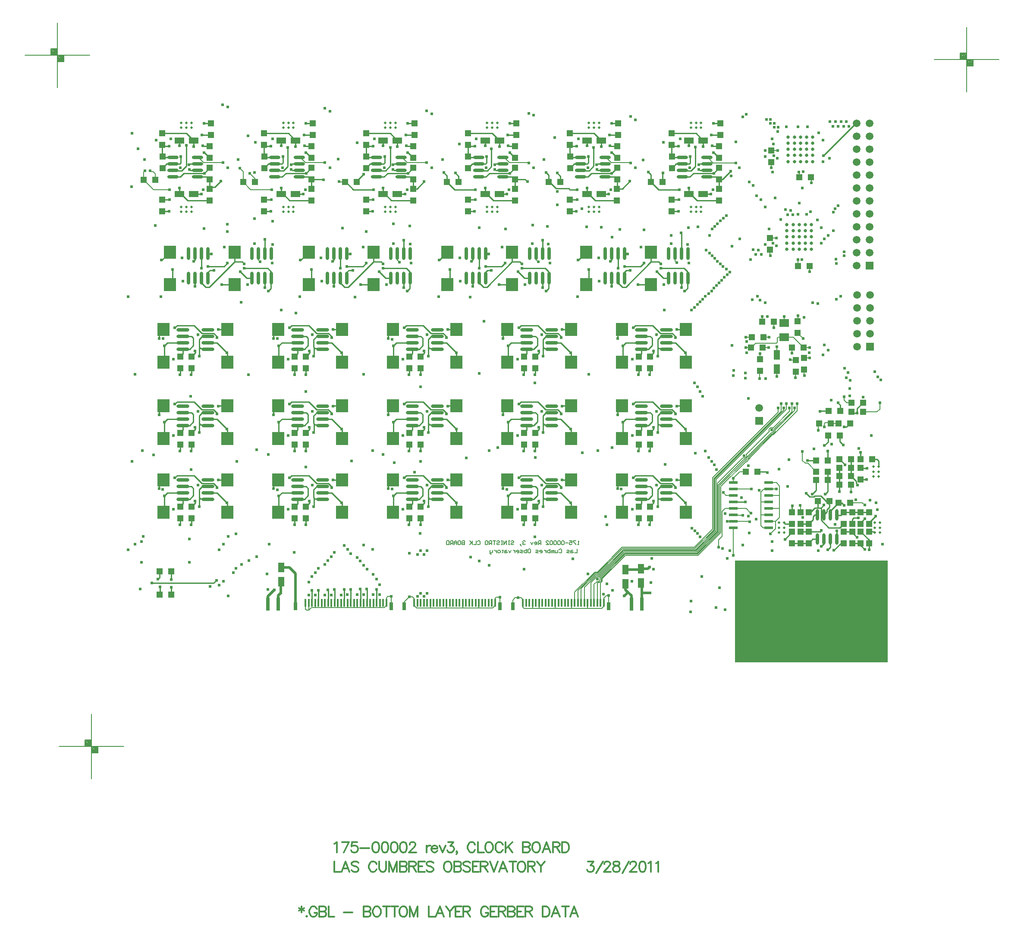
<source format=gbl>
%FSLAX23Y23*%
%MOIN*%
G70*
G01*
G75*
G04 Layer_Physical_Order=10*
G04 Layer_Color=16711680*
%ADD10O,0.010X0.061*%
%ADD11O,0.061X0.010*%
%ADD12R,0.037X0.035*%
%ADD13R,0.037X0.035*%
%ADD14R,0.035X0.037*%
%ADD15R,0.035X0.037*%
%ADD16R,0.138X0.085*%
%ADD17R,0.043X0.085*%
%ADD18R,0.043X0.085*%
%ADD19R,0.135X0.070*%
%ADD20R,0.028X0.036*%
%ADD21R,0.036X0.036*%
%ADD22R,0.036X0.036*%
%ADD23R,0.100X0.100*%
%ADD24R,0.060X0.086*%
%ADD25R,0.045X0.017*%
%ADD26R,0.031X0.060*%
%ADD27R,0.014X0.060*%
%ADD28R,0.030X0.100*%
%ADD29R,0.228X0.228*%
%ADD30O,0.008X0.033*%
%ADD31O,0.033X0.008*%
%ADD32O,0.024X0.087*%
%ADD33R,0.050X0.050*%
%ADD34R,0.070X0.135*%
%ADD35O,0.098X0.028*%
%ADD36R,0.050X0.050*%
%ADD37R,0.085X0.043*%
%ADD38R,0.085X0.043*%
%ADD39R,0.085X0.138*%
%ADD40R,0.048X0.078*%
%ADD41C,0.040*%
%ADD42C,0.010*%
%ADD43C,0.005*%
%ADD44C,0.020*%
%ADD45C,0.007*%
%ADD46C,0.012*%
%ADD47R,1.181X0.787*%
%ADD48C,0.008*%
%ADD49C,0.012*%
%ADD50C,0.012*%
%ADD51C,0.020*%
%ADD52C,0.026*%
%ADD53R,0.059X0.059*%
%ADD54C,0.059*%
%ADD55C,0.236*%
%ADD56C,0.050*%
%ADD57C,0.024*%
%ADD58C,0.040*%
%ADD59C,0.030*%
%ADD60C,0.033*%
%ADD61C,0.055*%
G04:AMPARAMS|DCode=62|XSize=70mil|YSize=70mil|CornerRadius=0mil|HoleSize=0mil|Usage=FLASHONLY|Rotation=0.000|XOffset=0mil|YOffset=0mil|HoleType=Round|Shape=Relief|Width=10mil|Gap=10mil|Entries=4|*
%AMTHD62*
7,0,0,0.070,0.050,0.010,45*
%
%ADD62THD62*%
G04:AMPARAMS|DCode=63|XSize=95.433mil|YSize=95.433mil|CornerRadius=0mil|HoleSize=0mil|Usage=FLASHONLY|Rotation=0.000|XOffset=0mil|YOffset=0mil|HoleType=Round|Shape=Relief|Width=10mil|Gap=10mil|Entries=4|*
%AMTHD63*
7,0,0,0.095,0.075,0.010,45*
%
%ADD63THD63*%
%ADD64C,0.045*%
%ADD65R,0.065X0.024*%
%ADD66R,0.094X0.102*%
%ADD67R,0.075X0.063*%
%ADD68O,0.087X0.024*%
%ADD69R,0.078X0.048*%
%ADD70O,0.028X0.098*%
%ADD71R,1.181X0.787*%
D26*
X22645Y15776D02*
D03*
X23385D02*
D03*
X23485D02*
D03*
X24225D02*
D03*
X24325D02*
D03*
X25065D02*
D03*
D27*
X22747Y15803D02*
D03*
X22772D02*
D03*
X22797D02*
D03*
X22822D02*
D03*
X22847D02*
D03*
X22872D02*
D03*
X22897D02*
D03*
X22922D02*
D03*
X22947D02*
D03*
X22972D02*
D03*
X22997D02*
D03*
X23022D02*
D03*
X23047D02*
D03*
X23072D02*
D03*
X23097D02*
D03*
X23122D02*
D03*
X23147D02*
D03*
X23172D02*
D03*
X23197D02*
D03*
X23222D02*
D03*
X23247D02*
D03*
X23272D02*
D03*
X23297D02*
D03*
X23322D02*
D03*
X23562D02*
D03*
X23587D02*
D03*
X23612D02*
D03*
X23637D02*
D03*
X23662D02*
D03*
X23687D02*
D03*
X23712D02*
D03*
X23737D02*
D03*
X23762D02*
D03*
X23787D02*
D03*
X23812D02*
D03*
X23837D02*
D03*
X23862D02*
D03*
X23887D02*
D03*
X23912D02*
D03*
X23937D02*
D03*
X23962D02*
D03*
X23987D02*
D03*
X24012D02*
D03*
X24037D02*
D03*
X24062D02*
D03*
X24087D02*
D03*
X24112D02*
D03*
X24137D02*
D03*
X24162D02*
D03*
X24187D02*
D03*
X24403Y15804D02*
D03*
X24428D02*
D03*
X24453D02*
D03*
X24478D02*
D03*
X24503D02*
D03*
X24528D02*
D03*
X24553D02*
D03*
X24578D02*
D03*
X24603D02*
D03*
X24628D02*
D03*
X24653D02*
D03*
X24678D02*
D03*
X24703D02*
D03*
X24728D02*
D03*
X24753D02*
D03*
X24778D02*
D03*
X24803D02*
D03*
X24828D02*
D03*
X24853D02*
D03*
X24878D02*
D03*
X24903D02*
D03*
X24928D02*
D03*
X24953D02*
D03*
X24978D02*
D03*
X25003D02*
D03*
X25028D02*
D03*
X22722Y15803D02*
D03*
X23347D02*
D03*
D28*
X22431Y15794D02*
D03*
X22510D02*
D03*
X25241Y15794D02*
D03*
X25320D02*
D03*
D32*
X26828Y16295D02*
D03*
X26778D02*
D03*
X26728D02*
D03*
X26678D02*
D03*
X26828Y16484D02*
D03*
X26778D02*
D03*
X26728D02*
D03*
X26678D02*
D03*
D33*
X26214Y16817D02*
D03*
X26124D02*
D03*
X25481Y19056D02*
D03*
X25391D02*
D03*
X24603D02*
D03*
X24693D02*
D03*
X23816D02*
D03*
X23906D02*
D03*
X23029D02*
D03*
X23119D02*
D03*
X22241D02*
D03*
X22331D02*
D03*
X21472Y19072D02*
D03*
X21562D02*
D03*
X26848Y16912D02*
D03*
X26938D02*
D03*
X26668Y16817D02*
D03*
X26758D02*
D03*
X26668Y16752D02*
D03*
X26758D02*
D03*
X26938Y16717D02*
D03*
X26848D02*
D03*
X27103Y16912D02*
D03*
X27013D02*
D03*
X27030Y17350D02*
D03*
X26940D02*
D03*
X26848Y16782D02*
D03*
X26938D02*
D03*
X26930Y17190D02*
D03*
X26840D02*
D03*
X26690Y17190D02*
D03*
X26780D02*
D03*
X21595Y15865D02*
D03*
X21685D02*
D03*
X21685Y16045D02*
D03*
X21595D02*
D03*
X26758Y16902D02*
D03*
X26668D02*
D03*
X26848Y16847D02*
D03*
X26938D02*
D03*
X26481Y17775D02*
D03*
X26571D02*
D03*
X26850Y17095D02*
D03*
X26760D02*
D03*
X26256Y17775D02*
D03*
X26166D02*
D03*
X26855Y17285D02*
D03*
X26765D02*
D03*
X26341Y17975D02*
D03*
X26251D02*
D03*
X26261Y17855D02*
D03*
X26171D02*
D03*
X26537Y19094D02*
D03*
X26627D02*
D03*
X26528Y18407D02*
D03*
X26618D02*
D03*
X26941Y17280D02*
D03*
X27031D02*
D03*
X26931Y16577D02*
D03*
X26841D02*
D03*
X26680Y16588D02*
D03*
X26770D02*
D03*
D35*
X24626Y16753D02*
D03*
Y16703D02*
D03*
Y16653D02*
D03*
Y16603D02*
D03*
X24433Y16753D02*
D03*
Y16703D02*
D03*
Y16653D02*
D03*
Y16603D02*
D03*
X25511Y17914D02*
D03*
Y17864D02*
D03*
Y17814D02*
D03*
Y17764D02*
D03*
X25319Y17914D02*
D03*
Y17864D02*
D03*
Y17814D02*
D03*
Y17764D02*
D03*
X22854Y17914D02*
D03*
Y17864D02*
D03*
Y17814D02*
D03*
Y17764D02*
D03*
X22661Y17914D02*
D03*
Y17864D02*
D03*
Y17814D02*
D03*
Y17764D02*
D03*
X24433D02*
D03*
Y17814D02*
D03*
Y17864D02*
D03*
Y17914D02*
D03*
X24626Y17764D02*
D03*
Y17814D02*
D03*
Y17864D02*
D03*
Y17914D02*
D03*
X23547Y17764D02*
D03*
Y17814D02*
D03*
Y17864D02*
D03*
Y17914D02*
D03*
X23740Y17764D02*
D03*
Y17814D02*
D03*
Y17864D02*
D03*
Y17914D02*
D03*
X21775Y17764D02*
D03*
Y17814D02*
D03*
Y17864D02*
D03*
Y17914D02*
D03*
X21968Y17764D02*
D03*
Y17814D02*
D03*
Y17864D02*
D03*
Y17914D02*
D03*
X21775Y17174D02*
D03*
Y17224D02*
D03*
Y17274D02*
D03*
Y17324D02*
D03*
X21968Y17174D02*
D03*
Y17224D02*
D03*
Y17274D02*
D03*
Y17324D02*
D03*
X24433Y17174D02*
D03*
Y17224D02*
D03*
Y17274D02*
D03*
Y17324D02*
D03*
X24626Y17174D02*
D03*
Y17224D02*
D03*
Y17274D02*
D03*
Y17324D02*
D03*
X25319Y17174D02*
D03*
Y17224D02*
D03*
Y17274D02*
D03*
Y17324D02*
D03*
X25511Y17174D02*
D03*
Y17224D02*
D03*
Y17274D02*
D03*
Y17324D02*
D03*
X21775Y16603D02*
D03*
Y16653D02*
D03*
Y16703D02*
D03*
Y16753D02*
D03*
X21968Y16603D02*
D03*
Y16653D02*
D03*
Y16703D02*
D03*
Y16753D02*
D03*
X22661Y16603D02*
D03*
Y16653D02*
D03*
Y16703D02*
D03*
Y16753D02*
D03*
X22854Y16603D02*
D03*
Y16653D02*
D03*
Y16703D02*
D03*
Y16753D02*
D03*
X25319Y16603D02*
D03*
Y16653D02*
D03*
Y16703D02*
D03*
Y16753D02*
D03*
X25511Y16603D02*
D03*
Y16653D02*
D03*
Y16703D02*
D03*
Y16753D02*
D03*
X22854Y17324D02*
D03*
Y17274D02*
D03*
Y17224D02*
D03*
Y17174D02*
D03*
X22661Y17324D02*
D03*
Y17274D02*
D03*
Y17224D02*
D03*
Y17174D02*
D03*
X23740Y17324D02*
D03*
Y17274D02*
D03*
Y17224D02*
D03*
Y17174D02*
D03*
X23547Y17324D02*
D03*
Y17274D02*
D03*
Y17224D02*
D03*
Y17174D02*
D03*
X23740Y16753D02*
D03*
Y16703D02*
D03*
Y16653D02*
D03*
Y16603D02*
D03*
X23547Y16753D02*
D03*
Y16703D02*
D03*
Y16653D02*
D03*
Y16603D02*
D03*
D36*
X26612Y16504D02*
D03*
Y16414D02*
D03*
X26548Y16504D02*
D03*
Y16414D02*
D03*
X26483Y16354D02*
D03*
Y16264D02*
D03*
X26612Y16264D02*
D03*
Y16354D02*
D03*
X26548Y16264D02*
D03*
Y16354D02*
D03*
X27013Y16354D02*
D03*
Y16264D02*
D03*
X25297Y17617D02*
D03*
Y17707D02*
D03*
X22639Y17617D02*
D03*
Y17707D02*
D03*
X25384D02*
D03*
Y17617D02*
D03*
X22726Y17707D02*
D03*
Y17617D02*
D03*
X25918Y19333D02*
D03*
Y19243D02*
D03*
X25131D02*
D03*
Y19333D02*
D03*
X24343Y19243D02*
D03*
Y19333D02*
D03*
X23556Y19243D02*
D03*
Y19333D02*
D03*
X22769Y19243D02*
D03*
Y19333D02*
D03*
X21981Y19243D02*
D03*
Y19333D02*
D03*
X25917Y18914D02*
D03*
Y19004D02*
D03*
X25129Y18914D02*
D03*
Y19004D02*
D03*
X24342Y18914D02*
D03*
Y19004D02*
D03*
X23555Y18914D02*
D03*
Y19004D02*
D03*
X22767Y18914D02*
D03*
Y19004D02*
D03*
X21980Y18914D02*
D03*
Y19004D02*
D03*
X25553Y19431D02*
D03*
Y19341D02*
D03*
X24765D02*
D03*
Y19431D02*
D03*
X23978Y19341D02*
D03*
Y19431D02*
D03*
X23190Y19341D02*
D03*
Y19431D02*
D03*
X22403Y19341D02*
D03*
Y19431D02*
D03*
X21616Y19341D02*
D03*
Y19431D02*
D03*
X24411Y17707D02*
D03*
Y17617D02*
D03*
X23525Y17707D02*
D03*
Y17617D02*
D03*
X21754Y17707D02*
D03*
Y17617D02*
D03*
X24498D02*
D03*
Y17707D02*
D03*
X23612Y17617D02*
D03*
Y17707D02*
D03*
X21840Y17617D02*
D03*
Y17707D02*
D03*
X25918Y19075D02*
D03*
Y19165D02*
D03*
X25131Y19075D02*
D03*
Y19165D02*
D03*
X24343Y19075D02*
D03*
Y19165D02*
D03*
X23556Y19075D02*
D03*
Y19165D02*
D03*
X22769Y19075D02*
D03*
Y19165D02*
D03*
X21981Y19075D02*
D03*
Y19165D02*
D03*
X25553Y18919D02*
D03*
Y18829D02*
D03*
X24765Y18919D02*
D03*
Y18829D02*
D03*
X23978Y18919D02*
D03*
Y18829D02*
D03*
X23190Y18919D02*
D03*
Y18829D02*
D03*
X22403Y18919D02*
D03*
Y18829D02*
D03*
X21616Y18919D02*
D03*
Y18829D02*
D03*
X25554Y19254D02*
D03*
Y19164D02*
D03*
X24767Y19254D02*
D03*
Y19164D02*
D03*
X23979Y19254D02*
D03*
Y19164D02*
D03*
X23192Y19254D02*
D03*
Y19164D02*
D03*
X22404Y19254D02*
D03*
Y19164D02*
D03*
X21617Y19254D02*
D03*
Y19164D02*
D03*
X25927Y19420D02*
D03*
Y19510D02*
D03*
X25139D02*
D03*
Y19420D02*
D03*
X24352Y19510D02*
D03*
Y19420D02*
D03*
X23564Y19510D02*
D03*
Y19420D02*
D03*
X22777Y19510D02*
D03*
Y19420D02*
D03*
X21990Y19510D02*
D03*
Y19420D02*
D03*
X21840Y17026D02*
D03*
Y17116D02*
D03*
X24498Y17026D02*
D03*
Y17116D02*
D03*
X25384Y17026D02*
D03*
Y17116D02*
D03*
X21840Y16456D02*
D03*
Y16546D02*
D03*
X22726Y16456D02*
D03*
Y16546D02*
D03*
X25384Y16456D02*
D03*
Y16546D02*
D03*
X21754Y17116D02*
D03*
Y17026D02*
D03*
X24411Y17116D02*
D03*
Y17026D02*
D03*
X25297Y17116D02*
D03*
Y17026D02*
D03*
X21754Y16546D02*
D03*
Y16456D02*
D03*
X22639Y16546D02*
D03*
Y16456D02*
D03*
X25297Y16546D02*
D03*
Y16456D02*
D03*
X22726Y17116D02*
D03*
Y17026D02*
D03*
X23612Y17116D02*
D03*
Y17026D02*
D03*
Y16546D02*
D03*
Y16456D02*
D03*
X24498Y16546D02*
D03*
Y16456D02*
D03*
X22639Y17026D02*
D03*
Y17116D02*
D03*
X23525Y17026D02*
D03*
Y17116D02*
D03*
Y16456D02*
D03*
Y16546D02*
D03*
X24411Y16456D02*
D03*
Y16546D02*
D03*
X27013Y16847D02*
D03*
Y16757D02*
D03*
X26948Y16354D02*
D03*
Y16264D02*
D03*
X26883D02*
D03*
Y16354D02*
D03*
X27078Y16354D02*
D03*
Y16264D02*
D03*
X26483Y16414D02*
D03*
Y16504D02*
D03*
X26883Y16414D02*
D03*
Y16504D02*
D03*
X27013Y16414D02*
D03*
Y16504D02*
D03*
X26948Y16504D02*
D03*
Y16414D02*
D03*
X27078Y16504D02*
D03*
Y16414D02*
D03*
X26576Y17605D02*
D03*
Y17695D02*
D03*
X26526Y17890D02*
D03*
Y17980D02*
D03*
X26511Y17680D02*
D03*
Y17590D02*
D03*
X26236Y17685D02*
D03*
Y17595D02*
D03*
X26322Y19299D02*
D03*
Y19209D02*
D03*
X26313Y18622D02*
D03*
Y18532D02*
D03*
D40*
X26366Y17610D02*
D03*
Y17720D02*
D03*
X22536Y16075D02*
D03*
Y15965D02*
D03*
X25316Y15955D02*
D03*
Y16065D02*
D03*
X25196Y15950D02*
D03*
Y16060D02*
D03*
D42*
X26283Y16817D02*
X26292Y16808D01*
X26214Y16817D02*
X26283D01*
X26938Y16782D02*
Y16912D01*
X26028Y16582D02*
X26123D01*
X26658Y16536D02*
X26707D01*
X26680Y16537D02*
Y16588D01*
X26704Y16629D02*
X26770Y16563D01*
X26591Y16649D02*
X26618Y16621D01*
X26651D01*
X26659Y16629D01*
X26704D01*
X26770Y16543D02*
Y16563D01*
X26750Y16523D02*
X26770Y16543D01*
X26750Y16506D02*
Y16523D01*
X26728Y16484D02*
X26750Y16506D01*
X26864Y16577D02*
X26886Y16555D01*
X26841Y16577D02*
X26864D01*
X26778Y16514D02*
X26841Y16577D01*
X26778Y16484D02*
Y16514D01*
X26707Y16441D02*
Y16536D01*
Y16441D02*
X26764Y16384D01*
X24757Y19005D02*
X24765Y18997D01*
X25392Y19057D02*
Y19112D01*
X25391Y19056D02*
X25392Y19057D01*
X25373Y19131D02*
X25392Y19112D01*
X25481Y19122D02*
X25484Y19126D01*
X25481Y19056D02*
Y19122D01*
X25391Y19056D02*
X25450Y18997D01*
X25609D01*
X25312Y18403D02*
X25337Y18428D01*
X25187Y18403D02*
X25312D01*
X25202Y18373D02*
X25232D01*
X25187Y18311D02*
Y18358D01*
X25202Y18373D01*
X25137Y18276D02*
Y18311D01*
X25087Y18248D02*
Y18311D01*
X25087Y18248D02*
X25087Y18248D01*
X25194Y18498D02*
X25212D01*
X25187Y18504D02*
X25194Y18498D01*
X25137Y18504D02*
X25137Y18504D01*
X25137Y18388D02*
Y18504D01*
X25649Y18390D02*
X25675Y18364D01*
X25467Y18390D02*
X25649D01*
X25675Y18234D02*
Y18364D01*
X25653Y18212D02*
X25675Y18234D01*
X25627Y18311D02*
X25627Y18311D01*
X25627Y18238D02*
Y18311D01*
X25087Y18453D02*
Y18504D01*
X25077Y18443D02*
X25087Y18453D01*
X25437Y18361D02*
Y18363D01*
X25487Y18311D02*
X25527D01*
X25437Y18361D02*
X25487Y18311D01*
X24831Y18453D02*
X24892Y18514D01*
X24827Y18453D02*
X24831D01*
X24892Y18262D02*
X24912Y18282D01*
Y18378D01*
X25392Y18438D02*
Y18514D01*
Y18438D02*
X25452D01*
X25467Y18423D01*
X25197Y18243D02*
X25392Y18438D01*
X25171Y18243D02*
X25197D01*
X25137Y18276D02*
X25171Y18243D01*
X25292Y18263D02*
X25391D01*
X25392Y18262D01*
X24239Y18403D02*
X24264Y18428D01*
X24114Y18403D02*
X24239D01*
X24129Y18373D02*
X24159D01*
X24114Y18311D02*
Y18358D01*
X24129Y18373D01*
X24064Y18276D02*
Y18311D01*
X24014Y18248D02*
Y18311D01*
X24014Y18248D02*
X24014Y18248D01*
X24121Y18498D02*
X24139D01*
X24114Y18504D02*
X24121Y18498D01*
X24064Y18504D02*
X24064Y18504D01*
X24064Y18388D02*
Y18504D01*
X24602Y18234D02*
Y18364D01*
X24576Y18390D02*
X24602Y18364D01*
X24580Y18212D02*
X24602Y18234D01*
X24394Y18390D02*
X24576D01*
X24554Y18311D02*
X24554Y18311D01*
X24554Y18238D02*
Y18311D01*
X24014Y18453D02*
Y18504D01*
X24004Y18443D02*
X24014Y18453D01*
X24364Y18361D02*
Y18363D01*
X24414Y18311D02*
X24454D01*
X24364Y18361D02*
X24414Y18311D01*
X23758Y18453D02*
X23819Y18514D01*
X23754Y18453D02*
X23758D01*
X23819Y18262D02*
X23839Y18282D01*
Y18378D01*
X24319Y18438D02*
Y18514D01*
Y18438D02*
X24379D01*
X24394Y18423D01*
X24124Y18243D02*
X24319Y18438D01*
X24098Y18243D02*
X24124D01*
X24064Y18276D02*
X24098Y18243D01*
X24219Y18263D02*
X24318D01*
X24319Y18262D01*
X23167Y18403D02*
X23192Y18428D01*
X23042Y18403D02*
X23167D01*
X23057Y18373D02*
X23087D01*
X23042Y18311D02*
Y18358D01*
X23057Y18373D01*
X22992Y18276D02*
Y18311D01*
X22942Y18248D02*
Y18311D01*
X22942Y18248D02*
X22942Y18248D01*
X23048Y18498D02*
X23067D01*
X23042Y18504D02*
X23048Y18498D01*
X22992Y18504D02*
X22992Y18504D01*
X22992Y18388D02*
Y18504D01*
X23503Y18390D02*
X23529Y18364D01*
X23321Y18390D02*
X23503D01*
X23529Y18234D02*
Y18364D01*
X23507Y18212D02*
X23529Y18234D01*
X23482Y18311D02*
X23482Y18311D01*
X23482Y18238D02*
Y18311D01*
X22942Y18453D02*
Y18504D01*
X22932Y18443D02*
X22942Y18453D01*
X23291Y18361D02*
Y18363D01*
X23341Y18311D02*
X23382D01*
X23291Y18361D02*
X23341Y18311D01*
X22686Y18453D02*
X22747Y18514D01*
X22682Y18453D02*
X22686D01*
X22747Y18262D02*
X22767Y18282D01*
Y18378D01*
X23247Y18438D02*
Y18514D01*
Y18438D02*
X23307D01*
X23322Y18423D01*
X23052Y18243D02*
X23247Y18438D01*
X23025Y18243D02*
X23052D01*
X22992Y18276D02*
X23025Y18243D01*
X23147Y18263D02*
X23246D01*
X23247Y18262D01*
X25007Y19330D02*
Y19376D01*
X24897Y18963D02*
Y19009D01*
X22218Y18361D02*
Y18363D01*
Y18361D02*
X22268Y18311D01*
X22309D01*
X22456Y18234D02*
Y18364D01*
X22248Y18390D02*
X22430D01*
X22456Y18364D01*
X22434Y18212D02*
X22456Y18234D01*
X26976Y19510D02*
X26981D01*
X26726Y19260D02*
X26976Y19510D01*
X26725Y19260D02*
X26726D01*
X27019Y16841D02*
X27061D01*
X27013Y16847D02*
X27019Y16841D01*
X21535Y15955D02*
X22013D01*
X21595Y15997D02*
Y16045D01*
X22013Y15955D02*
X22035Y15977D01*
X21685Y15985D02*
Y16045D01*
X21685Y15923D02*
X21686Y15924D01*
X21685Y15865D02*
Y15923D01*
X21838Y16406D02*
X21840Y16407D01*
Y16456D01*
X22797Y16036D02*
X22798Y16037D01*
X23197Y15803D02*
Y15909D01*
X23196Y15910D02*
X23197Y15909D01*
X23146Y15909D02*
X23147Y15908D01*
Y15803D02*
Y15908D01*
X25874Y19283D02*
X25878D01*
X25917Y19004D02*
X25918Y19005D01*
X25553Y19341D02*
X25561Y19333D01*
X25899Y19095D02*
X25918Y19075D01*
Y19005D02*
Y19075D01*
X25853Y18963D02*
X25854Y18962D01*
X25795Y18963D02*
X25853D01*
X25699D02*
X25748Y18914D01*
X25917D01*
X25685Y18963D02*
X25699D01*
X25553Y19431D02*
X25740D01*
X25795Y19376D01*
X25685Y19337D02*
Y19376D01*
X25684Y19337D02*
X25685Y19337D01*
X25603Y18829D02*
X25604Y18829D01*
Y18828D02*
Y18829D01*
X25553Y18829D02*
X25603D01*
X25608Y18919D02*
X25609Y18920D01*
X25553Y18919D02*
X25608D01*
X25553Y19255D02*
Y19341D01*
Y19255D02*
X25563Y19245D01*
X25859Y19420D02*
X25927D01*
X25876Y19510D02*
X25927D01*
X25875Y19510D02*
Y19510D01*
Y19510D02*
X25876Y19510D01*
X25636Y19144D02*
X25687D01*
X25635Y19145D02*
X25636Y19144D01*
X25585Y19195D02*
X25635D01*
X25554Y19164D02*
X25585Y19195D01*
X25563Y19245D02*
X25635D01*
X25824Y19095D02*
X25899D01*
X25761Y19154D02*
X25770Y19145D01*
X25824D01*
X25766Y19195D02*
X25824D01*
X25760Y19189D02*
X25766Y19195D01*
X25609Y18997D02*
X25610Y18997D01*
X25866Y19333D02*
X25918D01*
X25864Y19335D02*
X25866Y19333D01*
X25561Y19333D02*
X25606D01*
X25685Y18963D02*
Y19009D01*
X25877Y19124D02*
X25918Y19165D01*
X25691Y19095D02*
X25720Y19124D01*
X25877D01*
X25635Y19095D02*
X25691D01*
X25795Y19330D02*
Y19376D01*
X25696Y19204D02*
Y19254D01*
X25687Y19195D02*
X25696Y19204D01*
X25635Y19195D02*
X25687D01*
X25087Y19283D02*
X25091D01*
X25129Y19004D02*
X25131Y19005D01*
X24765Y19341D02*
X24773Y19333D01*
X25112Y19095D02*
X25131Y19075D01*
Y19005D02*
Y19075D01*
X25065Y18963D02*
X25066Y18962D01*
X25007Y18963D02*
X25065D01*
X24912D02*
X24961Y18914D01*
X25129D01*
X24897Y18963D02*
X24912D01*
X24765Y19431D02*
X24952D01*
X25007Y19376D01*
X24897Y19337D02*
Y19376D01*
X24897Y19337D02*
X24897Y19337D01*
X24816Y18829D02*
X24816Y18829D01*
Y18828D02*
Y18829D01*
X24765Y18829D02*
X24816D01*
X24821Y18919D02*
X24821Y18920D01*
X24765Y18919D02*
X24821D01*
X24765Y19255D02*
Y19341D01*
Y19255D02*
X24776Y19245D01*
X25072Y19420D02*
X25139D01*
X25088Y19510D02*
X25139D01*
X25088Y19510D02*
Y19510D01*
Y19510D02*
X25088Y19510D01*
X24849Y19144D02*
X24899D01*
X24848Y19145D02*
X24849Y19144D01*
X24797Y19195D02*
X24848D01*
X24767Y19164D02*
X24797Y19195D01*
X24776Y19245D02*
X24848D01*
X25037Y19095D02*
X25112D01*
X24974Y19154D02*
X24983Y19145D01*
X25037D01*
X24978Y19195D02*
X25037D01*
X24973Y19189D02*
X24978Y19195D01*
X24765Y18997D02*
X24822D01*
X25078Y19333D02*
X25131D01*
X25076Y19335D02*
X25078Y19333D01*
X24773Y19333D02*
X24818D01*
X25089Y19124D02*
X25131Y19165D01*
X24904Y19095D02*
X24933Y19124D01*
X25089D01*
X24848Y19095D02*
X24904D01*
X24909Y19204D02*
Y19254D01*
X24899Y19195D02*
X24909Y19204D01*
X24848Y19195D02*
X24899D01*
X24300Y19283D02*
X24303D01*
X24342Y19004D02*
X24343Y19005D01*
X23978Y19341D02*
X23986Y19333D01*
X24324Y19095D02*
X24343Y19075D01*
Y19005D02*
Y19075D01*
X24278Y18963D02*
X24279Y18962D01*
X24220Y18963D02*
X24278D01*
X24124D02*
X24174Y18914D01*
X24342D01*
X24110Y18963D02*
X24124D01*
X23978Y19431D02*
X24165D01*
X24220Y19376D01*
X24110Y19337D02*
Y19376D01*
X24110Y19337D02*
X24110Y19337D01*
X24028Y18829D02*
X24029Y18829D01*
Y18828D02*
Y18829D01*
X23978Y18829D02*
X24028D01*
X24034Y18919D02*
X24034Y18920D01*
X23978Y18919D02*
X24034D01*
X23978Y19255D02*
Y19341D01*
Y19255D02*
X23989Y19245D01*
X24285Y19420D02*
X24352D01*
X24301Y19510D02*
X24352D01*
X24301Y19510D02*
Y19510D01*
Y19510D02*
X24301Y19510D01*
X24061Y19144D02*
X24112D01*
X24060Y19145D02*
X24061Y19144D01*
X24010Y19195D02*
X24060D01*
X23979Y19164D02*
X24010Y19195D01*
X23989Y19245D02*
X24060D01*
X24249Y19095D02*
X24324D01*
X24186Y19154D02*
X24196Y19145D01*
X24249D01*
X24191Y19195D02*
X24249D01*
X24185Y19189D02*
X24191Y19195D01*
X24034Y18997D02*
X24035Y18997D01*
X23875Y18997D02*
X24034D01*
X24291Y19333D02*
X24343D01*
X24289Y19335D02*
X24291Y19333D01*
X23986Y19333D02*
X24031D01*
X24110Y19009D02*
X24110Y19009D01*
Y18963D02*
Y19009D01*
X24302Y19124D02*
X24343Y19165D01*
X24116Y19095D02*
X24146Y19124D01*
X24302D01*
X24060Y19095D02*
X24116D01*
X24220Y19330D02*
Y19376D01*
X24121Y19204D02*
Y19254D01*
X24112Y19195D02*
X24121Y19204D01*
X24060Y19195D02*
X24112D01*
X22459Y18997D02*
X22460Y18997D01*
X21937Y19283D02*
X21941D01*
X21980Y19004D02*
X21981Y19005D01*
X21616Y19341D02*
X21624Y19333D01*
X21962Y19095D02*
X21981Y19075D01*
Y19005D02*
Y19075D01*
X21916Y18963D02*
X21917Y18962D01*
X21858Y18963D02*
X21916D01*
X21762D02*
X21811Y18914D01*
X21980D01*
X21748Y18963D02*
X21762D01*
X21616Y19431D02*
X21803D01*
X21858Y19376D01*
X21748Y19337D02*
Y19376D01*
X21747Y19337D02*
X21748Y19337D01*
X21666Y18829D02*
X21667Y18829D01*
Y18828D02*
Y18829D01*
X21616Y18829D02*
X21666D01*
X21671Y18919D02*
X21672Y18920D01*
X21616Y18919D02*
X21671D01*
X21616Y19255D02*
Y19341D01*
Y19255D02*
X21626Y19245D01*
X21922Y19420D02*
X21990D01*
X21939Y19510D02*
X21990D01*
X21938Y19510D02*
Y19510D01*
Y19510D02*
X21939Y19510D01*
X21699Y19144D02*
X21750D01*
X21698Y19145D02*
X21699Y19144D01*
X21648Y19195D02*
X21698D01*
X21617Y19164D02*
X21648Y19195D01*
X21626Y19245D02*
X21698D01*
X21887Y19095D02*
X21962D01*
X21824Y19154D02*
X21833Y19145D01*
X21887D01*
X21829Y19195D02*
X21887D01*
X21823Y19189D02*
X21829Y19195D01*
X21672Y18997D02*
X21673Y18997D01*
X21929Y19333D02*
X21981D01*
X21927Y19335D02*
X21929Y19333D01*
X21624Y19333D02*
X21669D01*
X21748Y18963D02*
Y19009D01*
X21940Y19124D02*
X21981Y19165D01*
X21754Y19095D02*
X21783Y19124D01*
X21940D01*
X21698Y19095D02*
X21754D01*
X21858Y19330D02*
Y19376D01*
X21759Y19204D02*
Y19254D01*
X21750Y19195D02*
X21759Y19204D01*
X21698Y19195D02*
X21750D01*
X23093Y18997D02*
X23247D01*
X23247Y18997D01*
X21886Y16709D02*
X21890Y16713D01*
X21861Y16786D02*
X21921Y16725D01*
X22013D02*
X22039Y16699D01*
X21921Y16725D02*
X22013D01*
X21712Y16768D02*
X21730Y16786D01*
X21861D01*
X22039Y16692D02*
Y16699D01*
X21631Y16507D02*
Y16628D01*
X21655Y16653D01*
X21775D01*
X22038D02*
X22116Y16575D01*
X21968Y16653D02*
X22038D01*
X22118Y16502D02*
Y16573D01*
X22116Y16575D02*
X22118Y16573D01*
X21840Y16546D02*
X21870Y16575D01*
Y16591D01*
X21867Y16588D02*
X21867D01*
X21870Y16591D01*
X21900Y16547D02*
X21902Y16548D01*
X21900Y16617D02*
X21902Y16615D01*
X21900Y16617D02*
Y16679D01*
Y16617D02*
X21910Y16607D01*
X21900Y16679D02*
X21924Y16703D01*
X21902Y16548D02*
Y16615D01*
X21910Y16607D02*
X21964D01*
X21626Y16502D02*
X21631Y16507D01*
X21590Y16719D02*
X21626Y16754D01*
X21590Y16686D02*
Y16719D01*
X22048Y16753D02*
X22049Y16754D01*
X22118D01*
X21754Y16546D02*
X21775Y16567D01*
Y16603D01*
X21828D01*
X21775Y16703D02*
X21841D01*
X21828Y16603D02*
X21856Y16631D01*
X21841Y16703D02*
X21856Y16687D01*
Y16631D02*
Y16687D01*
X21964Y16607D02*
X21968Y16603D01*
X21924Y16703D02*
X21968D01*
X22074Y18263D02*
X22173D01*
X21969Y18403D02*
X22094D01*
X22119Y18428D01*
X21694Y18282D02*
Y18378D01*
X21919Y18388D02*
Y18504D01*
X21919Y18276D02*
X21952Y18243D01*
X21979D01*
X22174Y18438D01*
X22234D02*
X22249Y18423D01*
X22174Y18438D02*
X22234D01*
X22174D02*
Y18514D01*
X21969Y18358D02*
X21984Y18373D01*
X22014D01*
X21869Y18248D02*
X21869Y18248D01*
Y18311D01*
X21859Y18443D02*
X21869Y18453D01*
Y18504D01*
X22409Y18238D02*
Y18311D01*
X21919Y18504D02*
X21919Y18504D01*
X21969D02*
X21975Y18498D01*
X21994D01*
X21919Y18276D02*
Y18311D01*
X21969D02*
Y18358D01*
X22409Y18311D02*
X22409Y18311D01*
X21674Y18262D02*
X21694Y18282D01*
X21609Y18453D02*
X21613D01*
X21674Y18514D01*
X22173Y18263D02*
X22174Y18262D01*
X21754Y16407D02*
Y16456D01*
X23272Y15803D02*
Y15907D01*
X22772Y15803D02*
Y15898D01*
X22772Y15898D02*
X22772Y15898D01*
X22822Y15803D02*
Y15900D01*
X22822Y15900D02*
X22822Y15900D01*
X22897Y15803D02*
Y15903D01*
X22896Y15904D02*
X22897Y15903D01*
X22947Y15803D02*
Y15904D01*
X22946Y15905D02*
X22947Y15904D01*
X23022Y15803D02*
Y15906D01*
X23072Y15803D02*
Y15904D01*
X26840Y17190D02*
X26840Y17190D01*
X26850Y17095D02*
X26852Y17093D01*
Y17048D02*
Y17093D01*
Y17048D02*
X26877Y17023D01*
X26855Y17285D02*
Y17329D01*
X26837Y17348D02*
X26855Y17329D01*
X26760Y17046D02*
Y17095D01*
X26732Y17018D02*
X26760Y17046D01*
X26959Y16458D02*
X26994D01*
X26948Y16448D02*
X26959Y16458D01*
X26948Y16414D02*
Y16448D01*
X27078Y16354D02*
X27113D01*
X27122Y16345D01*
X26857Y16478D02*
X26883Y16504D01*
X26834Y16478D02*
X26857D01*
X26828Y16484D02*
X26834Y16478D01*
X26883Y16504D02*
X26948D01*
X27078D01*
X26548Y16354D02*
X26612D01*
X26643Y16295D02*
X26678D01*
X26612Y16264D02*
X26643Y16295D01*
X26483Y16264D02*
X26483Y16264D01*
X26548D01*
X26612D01*
X26429Y16414D02*
X26483D01*
X26420Y16424D02*
X26429Y16414D01*
X26548Y16414D02*
X26612D01*
X26644Y16446D01*
Y16470D02*
X26658Y16484D01*
X26678D01*
X26644Y16446D02*
Y16470D01*
X26860Y16264D02*
X26883D01*
X26804Y16208D02*
X26860Y16264D01*
X26883Y16354D02*
X26948D01*
X26483Y16348D02*
Y16354D01*
X26429Y16293D02*
X26483Y16348D01*
X26828Y16295D02*
Y16358D01*
X26829Y16358D01*
X26709Y16238D02*
X26728Y16258D01*
Y16295D01*
X26700Y16354D02*
X26709Y16363D01*
X26612Y16354D02*
X26700D01*
X27013Y16414D02*
Y16423D01*
X27044Y16453D01*
X27078Y16414D02*
Y16423D01*
X27129Y16473D01*
X27078Y16214D02*
Y16264D01*
Y16214D02*
X27079Y16213D01*
X27013Y16354D02*
X27078Y16289D01*
Y16264D02*
Y16289D01*
X26948Y16344D02*
Y16354D01*
Y16344D02*
X26984Y16308D01*
X26948Y16264D02*
X27013D01*
X27014Y16264D01*
X26778Y16233D02*
Y16295D01*
X26759Y16213D02*
X26778Y16233D01*
X26707Y16536D02*
X26729Y16558D01*
X26881Y16414D02*
X26883D01*
X26850Y16384D02*
X26881Y16414D01*
X26764Y16384D02*
X26850D01*
X26612Y16504D02*
X26626D01*
X26658Y16536D01*
X26483Y16504D02*
Y16553D01*
X26484Y16553D01*
X26668Y16672D02*
Y16752D01*
X26638Y16642D02*
X26668Y16672D01*
X26848Y16662D02*
Y16782D01*
Y16847D01*
X26758Y16662D02*
Y16752D01*
X26738Y16642D02*
X26758Y16662D01*
Y16752D02*
Y16817D01*
X26938Y16782D02*
X26938Y16782D01*
X26938Y16782D02*
X26979Y16741D01*
Y16726D02*
Y16741D01*
Y16726D02*
X26988Y16717D01*
Y16712D02*
Y16717D01*
X27103Y16912D02*
X27138D01*
X27151Y16857D02*
Y16900D01*
X27138Y16912D02*
X27151Y16900D01*
X26603Y16902D02*
X26668D01*
X26603Y16902D02*
X26603Y16902D01*
X26758D02*
Y16977D01*
X26758Y16977D02*
X26758Y16977D01*
X27013Y16912D02*
Y16967D01*
X27013Y16967D02*
X27013Y16967D01*
X27013Y16757D02*
X27058D01*
X27058Y16757D01*
X26848Y16910D02*
Y16912D01*
X26668Y16817D02*
X26668D01*
X26850Y16912D02*
X26893Y16869D01*
X26848Y16912D02*
X26850D01*
X27013Y16247D02*
X27044Y16216D01*
X27013Y16247D02*
Y16264D01*
X21684Y15984D02*
X21685Y15985D01*
X21583Y15985D02*
X21595Y15997D01*
X24112Y19144D02*
X24127D01*
X24159Y19176D01*
Y19314D01*
X21750Y19144D02*
X21765D01*
X21801Y19180D01*
Y19338D01*
X24899Y19144D02*
X24915D01*
X24949Y19178D01*
Y19324D01*
X25687Y19144D02*
X25702D01*
X25735Y19177D01*
Y19325D01*
X21598Y15869D02*
Y15927D01*
X21595Y15865D02*
X21598Y15869D01*
X22021Y19017D02*
X22068Y19064D01*
X21993Y19017D02*
X22021D01*
X24343Y19075D02*
X24419D01*
X24437Y19058D01*
X25170Y19004D02*
X25228Y19062D01*
X25129Y19004D02*
X25170D01*
X25918Y19075D02*
X25946D01*
X26009Y19139D01*
X21886Y17870D02*
X21890Y17875D01*
X21921Y17887D02*
X22013D01*
X22039Y17854D02*
Y17861D01*
X22013Y17887D02*
X22039Y17861D01*
X21861Y17947D02*
X21921Y17887D01*
X21712Y17930D02*
X21730Y17947D01*
X21861D01*
X21631Y17669D02*
Y17790D01*
X21655Y17814D01*
X21775D01*
X22038D02*
X22116Y17737D01*
X21968Y17814D02*
X22038D01*
X22118Y17664D02*
Y17735D01*
X22116Y17737D02*
X22118Y17735D01*
X21900Y17708D02*
X21902Y17710D01*
X21900Y17778D02*
X21902Y17776D01*
X21900Y17778D02*
Y17840D01*
Y17778D02*
X21910Y17768D01*
X21900Y17840D02*
X21924Y17864D01*
X21902Y17710D02*
Y17776D01*
X21910Y17768D02*
X21964D01*
X21840Y17707D02*
X21870Y17736D01*
Y17753D01*
X21867Y17750D02*
X21867D01*
X21870Y17753D01*
X21626Y17664D02*
X21631Y17669D01*
X21590Y17847D02*
Y17880D01*
X21626Y17916D01*
X22048Y17915D02*
X22049Y17916D01*
X22118D01*
X21838Y17567D02*
X21840Y17569D01*
Y17617D01*
X21754Y17707D02*
X21775Y17729D01*
Y17764D01*
X21754Y17568D02*
Y17617D01*
X21775Y17764D02*
X21828D01*
X21775Y17864D02*
X21841D01*
X21828Y17764D02*
X21856Y17792D01*
X21841Y17864D02*
X21856Y17848D01*
Y17792D02*
Y17848D01*
X21964Y17768D02*
X21968Y17764D01*
X21924Y17864D02*
X21968D01*
X22772Y17870D02*
X22776Y17875D01*
X22807Y17887D02*
X22899D01*
X22925Y17854D02*
Y17861D01*
X22899Y17887D02*
X22925Y17861D01*
X22747Y17947D02*
X22807Y17887D01*
X22598Y17930D02*
X22616Y17947D01*
X22747D01*
X22516Y17669D02*
Y17790D01*
X22541Y17814D01*
X22661D01*
X22924D02*
X23002Y17737D01*
X22854Y17814D02*
X22924D01*
X23004Y17664D02*
Y17735D01*
X23002Y17737D02*
X23004Y17735D01*
X22786Y17708D02*
X22788Y17710D01*
X22786Y17778D02*
X22788Y17776D01*
X22786Y17778D02*
Y17840D01*
Y17778D02*
X22796Y17768D01*
X22786Y17840D02*
X22810Y17864D01*
X22788Y17710D02*
Y17776D01*
X22796Y17768D02*
X22850D01*
X22726Y17707D02*
X22756Y17736D01*
Y17753D01*
X22753Y17750D02*
X22753D01*
X22756Y17753D01*
X22511Y17664D02*
X22516Y17669D01*
X22476Y17847D02*
Y17880D01*
X22511Y17916D01*
X22934Y17915D02*
X22935Y17916D01*
X23004D01*
X22724Y17567D02*
X22726Y17569D01*
Y17617D01*
X22639Y17707D02*
X22661Y17729D01*
Y17764D01*
X22639Y17568D02*
Y17617D01*
X22661Y17764D02*
X22714D01*
X22661Y17864D02*
X22727D01*
X22714Y17764D02*
X22742Y17792D01*
X22727Y17864D02*
X22742Y17848D01*
Y17792D02*
Y17848D01*
X22850Y17768D02*
X22854Y17764D01*
X22810Y17864D02*
X22854D01*
X23658Y17870D02*
X23662Y17875D01*
X23693Y17887D02*
X23785D01*
X23811Y17854D02*
Y17861D01*
X23785Y17887D02*
X23811Y17861D01*
X23632Y17947D02*
X23693Y17887D01*
X23484Y17930D02*
X23502Y17947D01*
X23632D01*
X23402Y17669D02*
Y17790D01*
X23426Y17814D01*
X23547D01*
X23810D02*
X23887Y17737D01*
X23740Y17814D02*
X23810D01*
X23889Y17664D02*
Y17735D01*
X23887Y17737D02*
X23889Y17735D01*
X23672Y17708D02*
X23673Y17710D01*
X23672Y17778D02*
X23673Y17776D01*
X23672Y17778D02*
Y17840D01*
Y17778D02*
X23682Y17768D01*
X23672Y17840D02*
X23696Y17864D01*
X23673Y17710D02*
Y17776D01*
X23682Y17768D02*
X23736D01*
X23612Y17707D02*
X23641Y17736D01*
Y17753D01*
X23638Y17750D02*
X23639D01*
X23641Y17753D01*
X23397Y17664D02*
X23402Y17669D01*
X23362Y17847D02*
Y17880D01*
X23397Y17916D01*
X23820Y17915D02*
X23821Y17916D01*
X23889D01*
X23610Y17567D02*
X23612Y17569D01*
Y17617D01*
X23525Y17707D02*
X23547Y17729D01*
Y17764D01*
X23525Y17568D02*
Y17617D01*
X23547Y17764D02*
X23600D01*
X23547Y17864D02*
X23612D01*
X23600Y17764D02*
X23628Y17792D01*
X23612Y17864D02*
X23628Y17848D01*
Y17792D02*
Y17848D01*
X23736Y17768D02*
X23740Y17764D01*
X23696Y17864D02*
X23740D01*
X24544Y17870D02*
X24548Y17875D01*
X24579Y17887D02*
X24671D01*
X24697Y17854D02*
Y17861D01*
X24671Y17887D02*
X24697Y17861D01*
X24518Y17947D02*
X24579Y17887D01*
X24370Y17930D02*
X24387Y17947D01*
X24518D01*
X24288Y17669D02*
Y17790D01*
X24312Y17814D01*
X24433D01*
X24696D02*
X24773Y17737D01*
X24626Y17814D02*
X24696D01*
X24775Y17664D02*
Y17735D01*
X24773Y17737D02*
X24775Y17735D01*
X24558Y17708D02*
X24559Y17710D01*
X24558Y17778D02*
X24559Y17776D01*
X24558Y17778D02*
Y17840D01*
Y17778D02*
X24568Y17768D01*
X24558Y17840D02*
X24582Y17864D01*
X24559Y17710D02*
Y17776D01*
X24568Y17768D02*
X24622D01*
X24498Y17707D02*
X24527Y17736D01*
Y17753D01*
X24524Y17750D02*
X24524D01*
X24527Y17753D01*
X24283Y17664D02*
X24288Y17669D01*
X24248Y17847D02*
Y17880D01*
X24283Y17916D01*
X24705Y17915D02*
X24706Y17916D01*
X24775D01*
X24496Y17567D02*
X24498Y17569D01*
Y17617D01*
X24411Y17707D02*
X24433Y17729D01*
Y17764D01*
X24411Y17568D02*
Y17617D01*
X24433Y17764D02*
X24486D01*
X24433Y17864D02*
X24498D01*
X24486Y17764D02*
X24514Y17792D01*
X24498Y17864D02*
X24514Y17848D01*
Y17792D02*
Y17848D01*
X24622Y17768D02*
X24626Y17764D01*
X24582Y17864D02*
X24626D01*
X25430Y17870D02*
X25434Y17875D01*
X25465Y17887D02*
X25556D01*
X25582Y17854D02*
Y17861D01*
X25556Y17887D02*
X25582Y17861D01*
X25404Y17947D02*
X25465Y17887D01*
X25256Y17930D02*
X25273Y17947D01*
X25404D01*
X25174Y17669D02*
Y17790D01*
X25198Y17814D01*
X25319D01*
X25582D02*
X25659Y17737D01*
X25511Y17814D02*
X25582D01*
X25661Y17664D02*
Y17735D01*
X25659Y17737D02*
X25661Y17735D01*
X25444Y17708D02*
X25445Y17710D01*
X25444Y17778D02*
X25445Y17776D01*
X25444Y17778D02*
Y17840D01*
Y17778D02*
X25453Y17768D01*
X25444Y17840D02*
X25468Y17864D01*
X25445Y17710D02*
Y17776D01*
X25453Y17768D02*
X25507D01*
X25384Y17707D02*
X25413Y17736D01*
Y17753D01*
X25410Y17750D02*
X25410D01*
X25413Y17753D01*
X25169Y17664D02*
X25174Y17669D01*
X25134Y17847D02*
Y17880D01*
X25169Y17916D01*
X25591Y17915D02*
X25592Y17916D01*
X25661D01*
X25382Y17567D02*
X25384Y17569D01*
Y17617D01*
X25297Y17707D02*
X25319Y17729D01*
Y17764D01*
X25297Y17568D02*
Y17617D01*
X25319Y17764D02*
X25372D01*
X25319Y17864D02*
X25384D01*
X25372Y17764D02*
X25400Y17792D01*
X25384Y17864D02*
X25400Y17848D01*
Y17792D02*
Y17848D01*
X25507Y17768D02*
X25511Y17764D01*
X25468Y17864D02*
X25511D01*
X21886Y17280D02*
X21890Y17284D01*
X21921Y17296D02*
X22013D01*
X22039Y17263D02*
Y17270D01*
X22013Y17296D02*
X22039Y17270D01*
X21861Y17357D02*
X21921Y17296D01*
X21712Y17339D02*
X21730Y17357D01*
X21861D01*
X21631Y17078D02*
Y17199D01*
X21655Y17224D01*
X21775D01*
X22038D02*
X22116Y17146D01*
X21968Y17224D02*
X22038D01*
X22118Y17073D02*
Y17144D01*
X22116Y17146D02*
X22118Y17144D01*
X21900Y17118D02*
X21902Y17119D01*
X21900Y17188D02*
X21902Y17186D01*
X21900Y17188D02*
Y17250D01*
Y17188D02*
X21910Y17178D01*
X21900Y17250D02*
X21924Y17274D01*
X21902Y17119D02*
Y17186D01*
X21910Y17178D02*
X21964D01*
X21840Y17116D02*
X21870Y17146D01*
Y17162D01*
X21867Y17159D02*
X21867D01*
X21870Y17162D01*
X21626Y17073D02*
X21631Y17078D01*
X21590Y17256D02*
Y17290D01*
X21626Y17325D01*
X22048Y17324D02*
X22049Y17325D01*
X22118D01*
X21838Y16976D02*
X21840Y16978D01*
Y17026D01*
X21754Y17116D02*
X21775Y17138D01*
Y17174D01*
X21754Y16978D02*
Y17026D01*
X21775Y17174D02*
X21828D01*
X21775Y17274D02*
X21841D01*
X21828Y17174D02*
X21856Y17202D01*
X21841Y17274D02*
X21856Y17258D01*
Y17202D02*
Y17258D01*
X21964Y17178D02*
X21968Y17174D01*
X21924Y17274D02*
X21968D01*
X22772Y17280D02*
X22776Y17284D01*
X22807Y17296D02*
X22899D01*
X22925Y17263D02*
Y17270D01*
X22899Y17296D02*
X22925Y17270D01*
X22747Y17357D02*
X22807Y17296D01*
X22598Y17339D02*
X22616Y17357D01*
X22747D01*
X22516Y17078D02*
Y17199D01*
X22541Y17224D01*
X22661D01*
X22924D02*
X23002Y17146D01*
X22854Y17224D02*
X22924D01*
X23004Y17073D02*
Y17144D01*
X23002Y17146D02*
X23004Y17144D01*
X22786Y17118D02*
X22788Y17119D01*
X22786Y17188D02*
X22788Y17186D01*
X22786Y17188D02*
Y17250D01*
Y17188D02*
X22796Y17178D01*
X22786Y17250D02*
X22810Y17274D01*
X22788Y17119D02*
Y17186D01*
X22796Y17178D02*
X22850D01*
X22726Y17116D02*
X22756Y17146D01*
Y17162D01*
X22753Y17159D02*
X22753D01*
X22756Y17162D01*
X22511Y17073D02*
X22516Y17078D01*
X22476Y17256D02*
Y17290D01*
X22511Y17325D01*
X22934Y17324D02*
X22935Y17325D01*
X23004D01*
X22724Y16976D02*
X22726Y16978D01*
Y17026D01*
X22639Y17116D02*
X22661Y17138D01*
Y17174D01*
X22639Y16978D02*
Y17026D01*
X22661Y17174D02*
X22714D01*
X22661Y17274D02*
X22727D01*
X22714Y17174D02*
X22742Y17202D01*
X22727Y17274D02*
X22742Y17258D01*
Y17202D02*
Y17258D01*
X22850Y17178D02*
X22854Y17174D01*
X22810Y17274D02*
X22854D01*
X23658Y17280D02*
X23662Y17284D01*
X23693Y17296D02*
X23785D01*
X23811Y17263D02*
Y17270D01*
X23785Y17296D02*
X23811Y17270D01*
X23632Y17357D02*
X23693Y17296D01*
X23484Y17339D02*
X23502Y17357D01*
X23632D01*
X23402Y17078D02*
Y17199D01*
X23426Y17224D01*
X23547D01*
X23810D02*
X23887Y17146D01*
X23740Y17224D02*
X23810D01*
X23889Y17073D02*
Y17144D01*
X23887Y17146D02*
X23889Y17144D01*
X23672Y17118D02*
X23673Y17119D01*
X23672Y17188D02*
X23673Y17186D01*
X23672Y17188D02*
Y17250D01*
Y17188D02*
X23682Y17178D01*
X23672Y17250D02*
X23696Y17274D01*
X23673Y17119D02*
Y17186D01*
X23682Y17178D02*
X23736D01*
X23612Y17116D02*
X23641Y17146D01*
Y17162D01*
X23638Y17159D02*
X23639D01*
X23641Y17162D01*
X23397Y17073D02*
X23402Y17078D01*
X23362Y17256D02*
Y17290D01*
X23397Y17325D01*
X23820Y17324D02*
X23821Y17325D01*
X23889D01*
X23610Y16976D02*
X23612Y16978D01*
Y17026D01*
X23525Y17116D02*
X23547Y17138D01*
Y17174D01*
X23525Y16978D02*
Y17026D01*
X23547Y17174D02*
X23600D01*
X23547Y17274D02*
X23612D01*
X23600Y17174D02*
X23628Y17202D01*
X23612Y17274D02*
X23628Y17258D01*
Y17202D02*
Y17258D01*
X23736Y17178D02*
X23740Y17174D01*
X23696Y17274D02*
X23740D01*
X24544Y17280D02*
X24548Y17284D01*
X24579Y17296D02*
X24671D01*
X24697Y17263D02*
Y17270D01*
X24671Y17296D02*
X24697Y17270D01*
X24518Y17357D02*
X24579Y17296D01*
X24370Y17339D02*
X24387Y17357D01*
X24518D01*
X24288Y17078D02*
Y17199D01*
X24312Y17224D01*
X24433D01*
X24696D02*
X24773Y17146D01*
X24626Y17224D02*
X24696D01*
X24775Y17073D02*
Y17144D01*
X24773Y17146D02*
X24775Y17144D01*
X24558Y17118D02*
X24559Y17119D01*
X24558Y17188D02*
X24559Y17186D01*
X24558Y17188D02*
Y17250D01*
Y17188D02*
X24568Y17178D01*
X24558Y17250D02*
X24582Y17274D01*
X24559Y17119D02*
Y17186D01*
X24568Y17178D02*
X24622D01*
X24498Y17116D02*
X24527Y17146D01*
Y17162D01*
X24524Y17159D02*
X24524D01*
X24527Y17162D01*
X24283Y17073D02*
X24288Y17078D01*
X24248Y17256D02*
Y17290D01*
X24283Y17325D01*
X24705Y17324D02*
X24706Y17325D01*
X24775D01*
X24496Y16976D02*
X24498Y16978D01*
Y17026D01*
X24411Y17116D02*
X24433Y17138D01*
Y17174D01*
X24411Y16978D02*
Y17026D01*
X24433Y17174D02*
X24486D01*
X24433Y17274D02*
X24498D01*
X24486Y17174D02*
X24514Y17202D01*
X24498Y17274D02*
X24514Y17258D01*
Y17202D02*
Y17258D01*
X24622Y17178D02*
X24626Y17174D01*
X24582Y17274D02*
X24626D01*
X25430Y17280D02*
X25434Y17284D01*
X25465Y17296D02*
X25556D01*
X25582Y17263D02*
Y17270D01*
X25556Y17296D02*
X25582Y17270D01*
X25404Y17357D02*
X25465Y17296D01*
X25256Y17339D02*
X25273Y17357D01*
X25404D01*
X25174Y17078D02*
Y17199D01*
X25198Y17224D01*
X25319D01*
X25582D02*
X25659Y17146D01*
X25511Y17224D02*
X25582D01*
X25661Y17073D02*
Y17144D01*
X25659Y17146D02*
X25661Y17144D01*
X25444Y17118D02*
X25445Y17119D01*
X25444Y17188D02*
X25445Y17186D01*
X25444Y17188D02*
Y17250D01*
Y17188D02*
X25453Y17178D01*
X25444Y17250D02*
X25468Y17274D01*
X25445Y17119D02*
Y17186D01*
X25453Y17178D02*
X25507D01*
X25384Y17116D02*
X25413Y17146D01*
Y17162D01*
X25410Y17159D02*
X25410D01*
X25413Y17162D01*
X25169Y17073D02*
X25174Y17078D01*
X25134Y17256D02*
Y17290D01*
X25169Y17325D01*
X25591Y17324D02*
X25592Y17325D01*
X25661D01*
X25382Y16976D02*
X25384Y16978D01*
Y17026D01*
X25297Y17116D02*
X25319Y17138D01*
Y17174D01*
X25297Y16978D02*
Y17026D01*
X25319Y17174D02*
X25372D01*
X25319Y17274D02*
X25384D01*
X25372Y17174D02*
X25400Y17202D01*
X25384Y17274D02*
X25400Y17258D01*
Y17202D02*
Y17258D01*
X25507Y17178D02*
X25511Y17174D01*
X25468Y17274D02*
X25511D01*
X22772Y16709D02*
X22776Y16713D01*
X22807Y16725D02*
X22899D01*
X22925Y16692D02*
Y16699D01*
X22899Y16725D02*
X22925Y16699D01*
X22747Y16786D02*
X22807Y16725D01*
X22598Y16768D02*
X22616Y16786D01*
X22747D01*
X22516Y16507D02*
Y16628D01*
X22541Y16653D01*
X22661D01*
X22924D02*
X23002Y16575D01*
X22854Y16653D02*
X22924D01*
X23004Y16502D02*
Y16573D01*
X23002Y16575D02*
X23004Y16573D01*
X22786Y16547D02*
X22788Y16548D01*
X22786Y16617D02*
X22788Y16615D01*
X22786Y16617D02*
Y16679D01*
Y16617D02*
X22796Y16607D01*
X22786Y16679D02*
X22810Y16703D01*
X22788Y16548D02*
Y16615D01*
X22796Y16607D02*
X22850D01*
X22726Y16546D02*
X22756Y16575D01*
Y16591D01*
X22753Y16588D02*
X22753D01*
X22756Y16591D01*
X22511Y16502D02*
X22516Y16507D01*
X22476Y16686D02*
Y16719D01*
X22511Y16754D01*
X22934Y16753D02*
X22935Y16754D01*
X23004D01*
X22724Y16406D02*
X22726Y16407D01*
Y16456D01*
X22639Y16546D02*
X22661Y16567D01*
Y16603D01*
X22639Y16407D02*
Y16456D01*
X22661Y16603D02*
X22714D01*
X22661Y16703D02*
X22727D01*
X22714Y16603D02*
X22742Y16631D01*
X22727Y16703D02*
X22742Y16687D01*
Y16631D02*
Y16687D01*
X22850Y16607D02*
X22854Y16603D01*
X22810Y16703D02*
X22854D01*
X23658Y16709D02*
X23662Y16713D01*
X23693Y16725D02*
X23785D01*
X23811Y16692D02*
Y16699D01*
X23785Y16725D02*
X23811Y16699D01*
X23632Y16786D02*
X23693Y16725D01*
X23484Y16768D02*
X23502Y16786D01*
X23632D01*
X23402Y16507D02*
Y16628D01*
X23426Y16653D01*
X23547D01*
X23810D02*
X23887Y16575D01*
X23740Y16653D02*
X23810D01*
X23889Y16502D02*
Y16573D01*
X23887Y16575D02*
X23889Y16573D01*
X23672Y16547D02*
X23673Y16548D01*
X23672Y16617D02*
X23673Y16615D01*
X23672Y16617D02*
Y16679D01*
Y16617D02*
X23682Y16607D01*
X23672Y16679D02*
X23696Y16703D01*
X23673Y16548D02*
Y16615D01*
X23682Y16607D02*
X23736D01*
X23612Y16546D02*
X23641Y16575D01*
Y16591D01*
X23638Y16588D02*
X23639D01*
X23641Y16591D01*
X23397Y16502D02*
X23402Y16507D01*
X23362Y16686D02*
Y16719D01*
X23397Y16754D01*
X23820Y16753D02*
X23821Y16754D01*
X23889D01*
X23610Y16406D02*
X23612Y16407D01*
Y16456D01*
X23525Y16546D02*
X23547Y16567D01*
Y16603D01*
X23525Y16407D02*
Y16456D01*
X23547Y16603D02*
X23600D01*
X23547Y16703D02*
X23612D01*
X23600Y16603D02*
X23628Y16631D01*
X23612Y16703D02*
X23628Y16687D01*
Y16631D02*
Y16687D01*
X23736Y16607D02*
X23740Y16603D01*
X23696Y16703D02*
X23740D01*
X24544Y16709D02*
X24548Y16713D01*
X24579Y16725D02*
X24671D01*
X24697Y16692D02*
Y16699D01*
X24671Y16725D02*
X24697Y16699D01*
X24518Y16786D02*
X24579Y16725D01*
X24370Y16768D02*
X24387Y16786D01*
X24518D01*
X24288Y16507D02*
Y16628D01*
X24312Y16653D01*
X24433D01*
X24696D02*
X24773Y16575D01*
X24626Y16653D02*
X24696D01*
X24775Y16502D02*
Y16573D01*
X24773Y16575D02*
X24775Y16573D01*
X24558Y16547D02*
X24559Y16548D01*
X24558Y16617D02*
X24559Y16615D01*
X24558Y16617D02*
Y16679D01*
Y16617D02*
X24568Y16607D01*
X24558Y16679D02*
X24582Y16703D01*
X24559Y16548D02*
Y16615D01*
X24568Y16607D02*
X24622D01*
X24498Y16546D02*
X24527Y16575D01*
Y16591D01*
X24524Y16588D02*
X24524D01*
X24527Y16591D01*
X24283Y16502D02*
X24288Y16507D01*
X24248Y16686D02*
Y16719D01*
X24283Y16754D01*
X24705Y16753D02*
X24706Y16754D01*
X24775D01*
X24496Y16406D02*
X24498Y16407D01*
Y16456D01*
X24411Y16546D02*
X24433Y16567D01*
Y16603D01*
X24411Y16407D02*
Y16456D01*
X24433Y16603D02*
X24486D01*
X24433Y16703D02*
X24498D01*
X24486Y16603D02*
X24514Y16631D01*
X24498Y16703D02*
X24514Y16687D01*
Y16631D02*
Y16687D01*
X24622Y16607D02*
X24626Y16603D01*
X24582Y16703D02*
X24626D01*
X25430Y16709D02*
X25434Y16713D01*
X25465Y16725D02*
X25556D01*
X25582Y16692D02*
Y16699D01*
X25556Y16725D02*
X25582Y16699D01*
X25404Y16786D02*
X25465Y16725D01*
X25256Y16768D02*
X25273Y16786D01*
X25404D01*
X25174Y16507D02*
Y16628D01*
X25198Y16653D01*
X25319D01*
X25582D02*
X25659Y16575D01*
X25511Y16653D02*
X25582D01*
X25661Y16502D02*
Y16573D01*
X25659Y16575D02*
X25661Y16573D01*
X25444Y16547D02*
X25445Y16548D01*
X25444Y16617D02*
X25445Y16615D01*
X25444Y16617D02*
Y16679D01*
Y16617D02*
X25453Y16607D01*
X25444Y16679D02*
X25468Y16703D01*
X25445Y16548D02*
Y16615D01*
X25453Y16607D02*
X25507D01*
X25384Y16546D02*
X25413Y16575D01*
Y16591D01*
X25410Y16588D02*
X25410D01*
X25413Y16591D01*
X25169Y16502D02*
X25174Y16507D01*
X25134Y16686D02*
Y16719D01*
X25169Y16754D01*
X25591Y16753D02*
X25592Y16754D01*
X25661D01*
X25382Y16406D02*
X25384Y16407D01*
Y16456D01*
X25297Y16546D02*
X25319Y16567D01*
Y16603D01*
X25297Y16407D02*
Y16456D01*
X25319Y16603D02*
X25372D01*
X25319Y16703D02*
X25384D01*
X25372Y16603D02*
X25400Y16631D01*
X25384Y16703D02*
X25400Y16687D01*
Y16631D02*
Y16687D01*
X25507Y16607D02*
X25511Y16603D01*
X25468Y16703D02*
X25511D01*
X22586Y19177D02*
Y19321D01*
X22552Y19144D02*
X22586Y19177D01*
X22486Y19145D02*
X22487Y19144D01*
X22537D02*
X22552D01*
X22487D02*
X22537D01*
X22612Y19154D02*
X22621Y19145D01*
X22675D01*
X22611Y19189D02*
X22616Y19195D01*
X22675D01*
X22710Y19420D02*
X22777D01*
X22726Y19510D02*
X22777D01*
X22726Y19510D02*
X22726Y19510D01*
X22726Y19510D02*
Y19510D01*
X22435Y19195D02*
X22486D01*
X22404Y19164D02*
X22435Y19195D01*
X22414Y19245D02*
X22486D01*
X22403Y19255D02*
X22414Y19245D01*
X22454Y18829D02*
X22454Y18829D01*
Y18828D02*
Y18829D01*
X22403Y18829D02*
X22454D01*
X22459Y18919D02*
X22459Y18920D01*
X22403Y18919D02*
X22459D01*
X22535Y19337D02*
Y19376D01*
X22535Y19337D02*
X22535Y19337D01*
X22703Y18963D02*
X22704Y18962D01*
X22645Y18963D02*
X22703D01*
X22535D02*
X22550D01*
X22749Y19095D02*
X22769Y19075D01*
X22675Y19095D02*
X22749D01*
X22403Y19431D02*
X22590D01*
X22645Y19376D01*
X22403Y19341D02*
X22411Y19333D01*
X22403Y19255D02*
Y19341D01*
X22767Y19004D02*
X22769Y19005D01*
Y19075D01*
X22550Y18963D02*
X22599Y18914D01*
X22767D01*
X22725Y19283D02*
X22728D01*
X22645Y19330D02*
Y19376D01*
X22547Y19204D02*
Y19254D01*
X22537Y19195D02*
X22547Y19204D01*
X22486Y19195D02*
X22537D01*
X22535Y18963D02*
Y19009D01*
X22727Y19124D02*
X22769Y19165D01*
X22542Y19095D02*
X22571Y19124D01*
X22727D01*
X22486Y19095D02*
X22542D01*
X22411Y19333D02*
X22456D01*
X22859Y19075D02*
X22861Y19074D01*
X22769Y19075D02*
X22859D01*
X22716Y19333D02*
X22769D01*
X22714Y19335D02*
X22716Y19333D01*
X23377Y19198D02*
Y19324D01*
X23377Y19198D02*
X23377Y19198D01*
X23377Y19181D02*
Y19198D01*
X23340Y19144D02*
X23377Y19181D01*
X23325Y19144D02*
X23340D01*
X23273Y19145D02*
X23274Y19144D01*
X23325D01*
X23399Y19154D02*
X23408Y19145D01*
X23462D01*
X23403Y19195D02*
X23462D01*
X23398Y19189D02*
X23403Y19195D01*
X23497Y19420D02*
X23564D01*
X23513Y19510D02*
X23513Y19510D01*
X23513Y19510D02*
Y19510D01*
X23513Y19510D02*
X23564D01*
X23222Y19195D02*
X23273D01*
X23192Y19164D02*
X23222Y19195D01*
X23201Y19245D02*
X23273D01*
X23190Y19255D02*
X23201Y19245D01*
X23241Y18829D02*
X23242Y18829D01*
Y18828D02*
Y18829D01*
X23190Y18829D02*
X23241D01*
X23190Y18919D02*
X23246D01*
X23246Y18920D01*
X23322Y19337D02*
Y19376D01*
X23322Y19337D02*
X23322Y19337D01*
X23491Y18963D02*
X23492Y18962D01*
X23432Y18963D02*
X23491D01*
X23322D02*
X23337D01*
X23537Y19095D02*
X23556Y19075D01*
X23462Y19095D02*
X23537D01*
X23190Y19431D02*
X23378D01*
X23432Y19376D01*
X23190Y19255D02*
Y19341D01*
X23199Y19333D01*
X23555Y19004D02*
X23556Y19005D01*
Y19075D01*
X23386Y18914D02*
X23555D01*
X23337Y18963D02*
X23386Y18914D01*
X23512Y19283D02*
X23516D01*
X23432Y19330D02*
Y19376D01*
X23334Y19204D02*
Y19254D01*
X23325Y19195D02*
X23334Y19204D01*
X23273Y19195D02*
X23325D01*
X23322Y19009D02*
X23322Y19009D01*
Y18963D02*
Y19009D01*
X23514Y19124D02*
X23556Y19165D01*
X23329Y19095D02*
X23358Y19124D01*
X23514D01*
X23273Y19095D02*
X23329D01*
X23199Y19333D02*
X23244D01*
X23585Y19004D02*
X23639Y19058D01*
X23555Y19004D02*
X23585D01*
X23504Y19333D02*
X23556D01*
X23501Y19335D02*
X23504Y19333D01*
X23034Y19056D02*
X23093Y18997D01*
X23119Y19056D02*
Y19062D01*
X23172Y19116D01*
X23816Y19056D02*
Y19104D01*
X23791Y19129D02*
X23816Y19104D01*
X23906Y19056D02*
Y19099D01*
X23880Y19125D02*
X23906Y19099D01*
X23816Y19056D02*
X23875Y18997D01*
X24658Y19005D02*
X24757D01*
X24607Y19056D02*
X24658Y19005D01*
X24603Y19056D02*
X24607D01*
X24603D02*
Y19109D01*
X24583Y19130D02*
X24603Y19109D01*
X24693Y19056D02*
Y19100D01*
X24667Y19127D02*
X24693Y19100D01*
X26698Y17285D02*
X26765D01*
X26697Y17283D02*
X26698Y17285D01*
X26902Y17162D02*
X26930Y17190D01*
X26886Y17162D02*
X26902D01*
X26941Y17280D02*
X26947Y17286D01*
X26953Y17268D02*
X26986D01*
X26941Y17280D02*
X26953Y17268D01*
X26986D02*
Y17306D01*
X27030Y17350D01*
X25627Y18504D02*
Y18661D01*
X25626Y18662D02*
X25627Y18661D01*
X21941Y19283D02*
X21981Y19243D01*
X22728Y19283D02*
X22769Y19243D01*
X23516Y19283D02*
X23556Y19243D01*
X24303Y19283D02*
X24343Y19243D01*
X25091Y19283D02*
X25131Y19243D01*
X25878Y19283D02*
X25918Y19243D01*
X24554Y18504D02*
Y18605D01*
X24554Y18606D02*
X24554Y18605D01*
X23482Y18504D02*
Y18604D01*
X23481Y18605D02*
X23482Y18604D01*
X22409Y18504D02*
Y18611D01*
X22408Y18612D02*
X22409Y18611D01*
D43*
X26028Y16767D02*
X26078Y16817D01*
X26124D01*
X26152Y16432D02*
X26155Y16429D01*
X26028Y16432D02*
X26152D01*
X26028Y16532D02*
X26127D01*
X26163Y16496D02*
X26165D01*
X26127Y16532D02*
X26163Y16496D01*
X26028Y16732D02*
Y16767D01*
X26166Y16682D02*
X26167Y16683D01*
X26028Y16682D02*
X26166D01*
X25950Y16655D02*
X25973Y16632D01*
X26028D01*
X25914Y16233D02*
Y16289D01*
X25940Y16315D01*
Y16508D01*
X25964Y16532D01*
X26028D01*
Y16482D02*
X26030Y16480D01*
X26101D01*
X25981Y16432D02*
X26028D01*
Y16168D02*
X26029Y16168D01*
X26028Y16168D02*
Y16382D01*
X26523Y17285D02*
Y17342D01*
X26339Y17101D02*
X26523Y17285D01*
X26352Y17126D02*
Y17138D01*
X26117Y16903D02*
X26126D01*
X26343Y17130D02*
Y17142D01*
X26113Y16912D02*
X26123D01*
X26130Y16932D02*
Y16947D01*
X26104Y16921D02*
X26119D01*
X26332Y17101D02*
X26339D01*
X26157Y16926D02*
X26332Y17101D01*
X26336Y17110D02*
X26352Y17126D01*
X26328Y17110D02*
X26336D01*
X26148Y16930D02*
X26328Y17110D01*
X26332Y17119D02*
X26343Y17130D01*
X26324Y17119D02*
X26332D01*
X26139Y16933D02*
X26324Y17119D01*
X26157Y16921D02*
Y16926D01*
X26130Y16894D02*
X26157Y16921D01*
X26125Y16894D02*
X26130D01*
X25931Y16701D02*
X26125Y16894D01*
X26148Y16924D02*
Y16930D01*
X26126Y16903D02*
X26148Y16924D01*
X26139Y16928D02*
Y16933D01*
X26123Y16912D02*
X26139Y16928D01*
X26119Y16921D02*
X26130Y16932D01*
X25931Y16345D02*
Y16701D01*
X26502Y17289D02*
Y17310D01*
X26352Y17138D02*
X26502Y17289D01*
X25922Y16709D02*
X26117Y16903D01*
X26481Y17280D02*
Y17342D01*
X26343Y17142D02*
X26481Y17280D01*
X25913Y16712D02*
X26113Y16912D01*
X25913Y16352D02*
Y16712D01*
X25922Y16348D02*
Y16709D01*
X26460Y17281D02*
Y17310D01*
X26334Y17154D02*
X26460Y17281D01*
X26334Y17154D02*
X26334D01*
X26332Y17156D02*
X26334Y17154D01*
X26317Y17156D02*
X26332D01*
X26306Y17145D02*
X26317Y17156D01*
X26306Y17130D02*
Y17145D01*
Y17130D02*
X26308Y17128D01*
Y17128D02*
Y17128D01*
X26128Y16949D02*
X26308Y17128D01*
X26128Y16949D02*
Y16949D01*
Y16949D02*
X26130Y16947D01*
X26102Y16922D02*
X26104Y16921D01*
X26102Y16922D02*
X26102D01*
X25904Y16725D02*
X26102Y16922D01*
X25904Y16356D02*
Y16725D01*
X25895Y16755D02*
X26439Y17299D01*
X25886Y16760D02*
X26418Y17292D01*
X25877Y16763D02*
X26397Y17283D01*
X25868Y16769D02*
X26376Y17277D01*
X25895Y16359D02*
Y16755D01*
X25886Y16363D02*
Y16760D01*
X25877Y16367D02*
Y16763D01*
X25868Y16371D02*
Y16769D01*
X26439Y17299D02*
Y17342D01*
X26418Y17292D02*
Y17310D01*
X26397Y17283D02*
Y17342D01*
X26376Y17277D02*
Y17310D01*
X27026Y16577D02*
X27045Y16558D01*
X26931Y16577D02*
X27026D01*
X25195Y16169D02*
X25755D01*
X25192Y16178D02*
X25752D01*
X25188Y16187D02*
X25748D01*
X25184Y16196D02*
X25744D01*
X25180Y16205D02*
X25740D01*
X25177Y16214D02*
X25737D01*
X25173Y16223D02*
X25733D01*
X25169Y16232D02*
X25729D01*
X24978Y16040D02*
X25169Y16232D01*
X24957Y16040D02*
X24978D01*
X24803Y15886D02*
X24957Y16040D01*
X24981Y16031D02*
X25173Y16223D01*
X24960Y16031D02*
X24981D01*
X24828Y15898D02*
X24960Y16031D01*
X24985Y16022D02*
X25177Y16214D01*
X24964Y16022D02*
X24985D01*
X24853Y15911D02*
X24964Y16022D01*
X24989Y16013D02*
X25180Y16205D01*
X24968Y16013D02*
X24989D01*
X24878Y15923D02*
X24968Y16013D01*
X24993Y16004D02*
X25184Y16196D01*
X24972Y16004D02*
X24993D01*
X24928Y15960D02*
X24972Y16004D01*
X24998Y15996D02*
X25188Y16187D01*
X25007Y15993D02*
X25192Y16178D01*
X25016Y15989D02*
X25195Y16169D01*
X26686Y17186D02*
X26690Y17190D01*
X26686Y17135D02*
Y17186D01*
X26545Y16557D02*
X26548Y16554D01*
Y16504D02*
Y16554D01*
X25873Y19204D02*
X26048D01*
X25832Y19245D02*
X25873Y19204D01*
X25003Y15804D02*
Y15957D01*
X24928Y15804D02*
Y15960D01*
X24878Y15804D02*
Y15923D01*
X24853Y15804D02*
Y15911D01*
X24828Y15804D02*
Y15898D01*
X24803Y15804D02*
Y15886D01*
X24987Y15967D02*
X24998Y15978D01*
X24953Y15804D02*
Y15946D01*
X24974Y15967D01*
X24987D01*
X24991Y15958D02*
X25007Y15974D01*
X24978Y15804D02*
Y15958D01*
X24978Y15958D01*
X24991D01*
X25003Y15957D02*
X25016Y15970D01*
Y15989D01*
X25007Y15974D02*
Y15993D01*
X24998Y15978D02*
Y15996D01*
X26126Y17775D02*
X26166D01*
X26126Y17855D02*
X26126Y17855D01*
X26171D01*
X26261D02*
X26306D01*
X26306Y17855D01*
X26256Y17775D02*
X26301D01*
X26301Y17775D01*
X26236Y17685D02*
Y17730D01*
X26236Y17730D01*
X26231Y17535D02*
Y17590D01*
X26236Y17595D01*
X26366Y17551D02*
Y17610D01*
Y17551D02*
X26366Y17551D01*
X26509Y17541D02*
Y17588D01*
X26576Y17561D02*
Y17605D01*
Y17561D02*
X26577Y17560D01*
X26577Y17696D02*
X26617D01*
X26469Y17680D02*
X26511D01*
X26468Y17681D02*
X26469Y17680D01*
X26481Y17735D02*
Y17775D01*
X26480Y17734D02*
X26481Y17735D01*
X26617Y17775D02*
X26617Y17775D01*
X26571Y17775D02*
X26617D01*
X26491Y17855D02*
X26571Y17775D01*
X26421Y17855D02*
X26491D01*
X26526Y17887D02*
Y17890D01*
Y17887D02*
X26568Y17845D01*
X26528Y17982D02*
Y18023D01*
X26526Y17980D02*
X26528Y17982D01*
X26421Y17965D02*
Y18015D01*
X26422Y18016D01*
X26341Y17930D02*
Y17975D01*
Y17930D02*
X26341Y17930D01*
X26251Y17975D02*
Y18016D01*
X26252Y18017D01*
X26366Y17720D02*
Y17782D01*
X26366Y17782D01*
X26166Y17775D02*
X26200Y17809D01*
X26362D01*
X26369Y17816D01*
Y17848D01*
X26376Y17855D01*
X26421D01*
X26819Y17168D02*
X26840Y17190D01*
X26780Y17190D02*
X26840D01*
X26780Y17190D02*
X26780Y17190D01*
X26584Y16881D02*
X26604D01*
X26563Y16902D02*
X26584Y16881D01*
X26563Y16902D02*
Y16972D01*
X26604Y16881D02*
X26668Y16817D01*
X26314Y18621D02*
X26361D01*
X26313Y18622D02*
X26314Y18621D01*
X26313Y18486D02*
Y18532D01*
X26527Y18455D02*
X26528Y18454D01*
Y18407D02*
Y18454D01*
X26618Y18365D02*
Y18407D01*
Y18365D02*
X26619Y18364D01*
X26322Y19299D02*
X26371D01*
X26322Y19299D02*
X26322Y19299D01*
X26322Y19165D02*
Y19209D01*
X26537Y19094D02*
Y19132D01*
X26536Y19133D02*
X26537Y19132D01*
X26627Y19094D02*
X26630Y19091D01*
Y19049D02*
Y19091D01*
X21887Y19245D02*
X21895D01*
X21935Y19205D01*
X22084D01*
X22722D02*
X22872D01*
X24257Y19245D02*
X24297Y19205D01*
X24446D01*
X25044Y19245D02*
X25084Y19205D01*
X25234D01*
X25755Y16169D02*
X25931Y16345D01*
X25752Y16178D02*
X25922Y16348D01*
X25748Y16187D02*
X25913Y16352D01*
X25744Y16196D02*
X25904Y16356D01*
X25740Y16205D02*
X25895Y16359D01*
X25737Y16214D02*
X25886Y16363D01*
X25733Y16223D02*
X25877Y16367D01*
X25729Y16232D02*
X25868Y16371D01*
X26939Y16659D02*
Y16716D01*
X26938Y16717D02*
X26939Y16716D01*
X22722Y15754D02*
X22730Y15746D01*
X22722Y15754D02*
Y15803D01*
X22747Y15746D02*
Y15803D01*
X22730Y15746D02*
X22747D01*
X22747Y15746D01*
X22797Y15767D02*
Y15803D01*
X22847Y15766D02*
Y15804D01*
X22872Y15766D02*
Y15804D01*
X22922Y15766D02*
Y15805D01*
X22972Y15766D02*
Y15804D01*
X23047Y15766D02*
Y15804D01*
X23097Y15766D02*
Y15804D01*
X23122Y15766D02*
Y15804D01*
X23172Y15766D02*
Y15804D01*
X23222Y15766D02*
Y15804D01*
X23247Y15766D02*
Y15805D01*
X23297Y15766D02*
Y15805D01*
X23385Y15776D02*
Y15850D01*
X23384Y15851D02*
X23385Y15850D01*
X23359Y15851D02*
X23384D01*
X23347Y15839D02*
X23359Y15851D01*
X23347Y15803D02*
Y15839D01*
X22998Y15766D02*
Y15803D01*
X23485Y15810D02*
X23524Y15850D01*
X23485Y15776D02*
Y15810D01*
X23562Y15803D02*
Y15836D01*
X23549Y15850D02*
X23562Y15836D01*
X23524Y15850D02*
X23549D01*
X24225Y15776D02*
Y15845D01*
X24224Y15846D02*
X24225Y15845D01*
X24195Y15846D02*
X24224D01*
X24187Y15838D02*
X24195Y15846D01*
X24187Y15803D02*
Y15838D01*
X24343Y15842D02*
X24364D01*
X24325Y15823D02*
X24343Y15842D01*
X24325Y15776D02*
Y15823D01*
X24364Y15842D02*
X24389D01*
X24403Y15828D01*
Y15804D02*
Y15828D01*
X25065Y15776D02*
Y15857D01*
X25065Y15858D01*
X23687Y15761D02*
Y15805D01*
X23812Y15761D02*
Y15805D01*
X23937Y15761D02*
Y15805D01*
X24062Y15761D02*
Y15805D01*
X25047Y15858D02*
X25065D01*
X25028Y15838D02*
X25047Y15858D01*
X25028Y15804D02*
Y15838D01*
X22747Y15746D02*
X22767Y15766D01*
X23347Y15803D02*
X23347Y15803D01*
X22767Y15766D02*
X23331D01*
X23347Y15781D01*
Y15803D01*
X24187Y15803D02*
X24188Y15802D01*
X23562Y15781D02*
Y15803D01*
Y15781D02*
X23583Y15761D01*
X24167D01*
X24188Y15782D01*
Y15802D01*
X24403Y15769D02*
Y15804D01*
Y15769D02*
X24412Y15760D01*
X24478Y15761D02*
Y15804D01*
X24478Y15783D02*
Y15807D01*
X24528Y15760D02*
Y15804D01*
X24528Y15782D02*
Y15807D01*
X25028Y15776D02*
Y15804D01*
X25011Y15760D02*
X25028Y15776D01*
X24903Y15760D02*
Y15804D01*
X24902Y15782D02*
Y15807D01*
X24778Y15761D02*
Y15804D01*
X24777Y15783D02*
Y15807D01*
X24653Y15762D02*
Y15804D01*
X24412Y15760D02*
X25011D01*
X24653Y15783D02*
Y15807D01*
X21472Y19072D02*
Y19134D01*
X21481Y19143D01*
X21472Y19072D02*
X21547Y18997D01*
X21672D01*
X22682Y19245D02*
X22722Y19205D01*
X22241Y19056D02*
Y19135D01*
X22214Y19162D02*
X22241Y19135D01*
X22299Y18997D02*
X22460D01*
X22241Y19056D02*
X22299Y18997D01*
X23509Y19205D02*
X23659D01*
X23469Y19245D02*
X23509Y19205D01*
X22983Y19060D02*
X22987Y19056D01*
X23029D01*
X23034D01*
X26733Y17162D02*
Y17188D01*
X26740Y17195D01*
X26775D01*
X26780Y17190D01*
X26886Y17369D02*
Y17396D01*
Y17369D02*
X26905Y17350D01*
X26940D01*
X25577Y18445D02*
X25590Y18432D01*
X25577Y18445D02*
Y18504D01*
X24504Y18453D02*
X24520Y18438D01*
X24504Y18453D02*
Y18504D01*
X23432Y18452D02*
X23447Y18437D01*
X23432Y18452D02*
Y18504D01*
X22359Y18452D02*
X22372Y18439D01*
X22359Y18452D02*
Y18504D01*
X26302Y16732D02*
X26360D01*
X26386Y16706D01*
X26355Y16432D02*
X26386Y16463D01*
X26302Y16432D02*
X26355D01*
X26302Y16532D02*
X26385D01*
X26386Y16463D02*
Y16533D01*
X26385Y16532D02*
X26386Y16533D01*
X26302Y16632D02*
X26386D01*
Y16533D02*
Y16632D01*
Y16706D01*
X26355Y16375D02*
Y16432D01*
X26315Y16335D02*
X26355Y16375D01*
X26258Y16382D02*
X26302D01*
X26241Y16399D02*
X26258Y16382D01*
X26241Y16659D02*
X26264Y16682D01*
X26302D01*
X26359D01*
X26360Y16683D01*
X26241Y16582D02*
Y16659D01*
Y16582D02*
X26302D01*
X26241Y16399D02*
Y16482D01*
Y16582D01*
Y16482D02*
X26302D01*
X24835Y16252D02*
X24825D01*
X24830D01*
Y16282D01*
X24835Y16277D01*
X24810Y16282D02*
X24790D01*
Y16277D01*
X24810Y16257D01*
Y16252D01*
X24760Y16282D02*
X24780D01*
Y16267D01*
X24770Y16272D01*
X24765D01*
X24760Y16267D01*
Y16257D01*
X24765Y16252D01*
X24775D01*
X24780Y16257D01*
X24750Y16267D02*
X24730D01*
X24720Y16277D02*
X24715Y16282D01*
X24705D01*
X24700Y16277D01*
Y16257D01*
X24705Y16252D01*
X24715D01*
X24720Y16257D01*
Y16277D01*
X24690D02*
X24685Y16282D01*
X24675D01*
X24670Y16277D01*
Y16257D01*
X24675Y16252D01*
X24685D01*
X24690Y16257D01*
Y16277D01*
X24660D02*
X24655Y16282D01*
X24645D01*
X24640Y16277D01*
Y16257D01*
X24645Y16252D01*
X24655D01*
X24660Y16257D01*
Y16277D01*
X24630D02*
X24625Y16282D01*
X24615D01*
X24610Y16277D01*
Y16257D01*
X24615Y16252D01*
X24625D01*
X24630Y16257D01*
Y16277D01*
X24580Y16252D02*
X24600D01*
X24580Y16272D01*
Y16277D01*
X24585Y16282D01*
X24595D01*
X24600Y16277D01*
X24540Y16252D02*
Y16282D01*
X24525D01*
X24520Y16277D01*
Y16267D01*
X24525Y16262D01*
X24540D01*
X24530D02*
X24520Y16252D01*
X24495D02*
X24505D01*
X24510Y16257D01*
Y16267D01*
X24505Y16272D01*
X24495D01*
X24490Y16267D01*
Y16262D01*
X24510D01*
X24480Y16272D02*
X24470Y16252D01*
X24460Y16272D01*
X24420Y16277D02*
X24415Y16282D01*
X24405D01*
X24400Y16277D01*
Y16272D01*
X24405Y16267D01*
X24410D01*
X24405D01*
X24400Y16262D01*
Y16257D01*
X24405Y16252D01*
X24415D01*
X24420Y16257D01*
X24385Y16247D02*
X24380Y16252D01*
Y16257D01*
X24385D01*
Y16252D01*
X24380D01*
X24385Y16247D01*
X24390Y16242D01*
X24310Y16277D02*
X24315Y16282D01*
X24325D01*
X24330Y16277D01*
Y16272D01*
X24325Y16267D01*
X24315D01*
X24310Y16262D01*
Y16257D01*
X24315Y16252D01*
X24325D01*
X24330Y16257D01*
X24300Y16282D02*
X24290D01*
X24295D01*
Y16252D01*
X24300D01*
X24290D01*
X24275D02*
Y16282D01*
X24255Y16252D01*
Y16282D01*
X24245D02*
X24235D01*
X24240D01*
Y16252D01*
X24245D01*
X24235D01*
X24200Y16277D02*
X24205Y16282D01*
X24215D01*
X24220Y16277D01*
Y16272D01*
X24215Y16267D01*
X24205D01*
X24200Y16262D01*
Y16257D01*
X24205Y16252D01*
X24215D01*
X24220Y16257D01*
X24190Y16282D02*
X24170D01*
X24180D01*
Y16252D01*
X24160D02*
Y16282D01*
X24145D01*
X24140Y16277D01*
Y16267D01*
X24145Y16262D01*
X24160D01*
X24150D02*
X24140Y16252D01*
X24115Y16282D02*
X24125D01*
X24130Y16277D01*
Y16257D01*
X24125Y16252D01*
X24115D01*
X24110Y16257D01*
Y16277D01*
X24115Y16282D01*
X24050Y16277D02*
X24055Y16282D01*
X24065D01*
X24070Y16277D01*
Y16257D01*
X24065Y16252D01*
X24055D01*
X24050Y16257D01*
X24040Y16282D02*
Y16252D01*
X24020D01*
X24010Y16282D02*
Y16252D01*
Y16262D01*
X23990Y16282D01*
X24005Y16267D01*
X23990Y16252D01*
X23950Y16282D02*
Y16252D01*
X23935D01*
X23930Y16257D01*
Y16262D01*
X23935Y16267D01*
X23950D01*
X23935D01*
X23930Y16272D01*
Y16277D01*
X23935Y16282D01*
X23950D01*
X23905D02*
X23915D01*
X23920Y16277D01*
Y16257D01*
X23915Y16252D01*
X23905D01*
X23900Y16257D01*
Y16277D01*
X23905Y16282D01*
X23890Y16252D02*
Y16272D01*
X23880Y16282D01*
X23870Y16272D01*
Y16252D01*
Y16267D01*
X23890D01*
X23860Y16252D02*
Y16282D01*
X23845D01*
X23840Y16277D01*
Y16267D01*
X23845Y16262D01*
X23860D01*
X23850D02*
X23840Y16252D01*
X23830Y16282D02*
Y16252D01*
X23815D01*
X23810Y16257D01*
Y16277D01*
X23815Y16282D01*
X23830D01*
X24823Y16219D02*
Y16189D01*
X24803D01*
X24788Y16209D02*
X24778D01*
X24773Y16204D01*
Y16189D01*
X24788D01*
X24793Y16194D01*
X24788Y16199D01*
X24773D01*
X24763Y16189D02*
X24748D01*
X24743Y16194D01*
X24748Y16199D01*
X24758D01*
X24763Y16204D01*
X24758Y16209D01*
X24743D01*
X24683Y16214D02*
X24688Y16219D01*
X24698D01*
X24703Y16214D01*
Y16194D01*
X24698Y16189D01*
X24688D01*
X24683Y16194D01*
X24673Y16209D02*
Y16194D01*
X24668Y16189D01*
X24653D01*
Y16209D01*
X24643Y16189D02*
Y16209D01*
X24638D01*
X24633Y16204D01*
Y16189D01*
Y16204D01*
X24628Y16209D01*
X24623Y16204D01*
Y16189D01*
X24613Y16219D02*
Y16189D01*
X24598D01*
X24593Y16194D01*
Y16199D01*
Y16204D01*
X24598Y16209D01*
X24613D01*
X24583D02*
Y16189D01*
Y16199D01*
X24578Y16204D01*
X24573Y16209D01*
X24568D01*
X24538Y16189D02*
X24548D01*
X24553Y16194D01*
Y16204D01*
X24548Y16209D01*
X24538D01*
X24533Y16204D01*
Y16199D01*
X24553D01*
X24523Y16189D02*
X24508D01*
X24503Y16194D01*
X24508Y16199D01*
X24518D01*
X24523Y16204D01*
X24518Y16209D01*
X24503D01*
X24448Y16219D02*
X24458D01*
X24463Y16214D01*
Y16194D01*
X24458Y16189D01*
X24448D01*
X24443Y16194D01*
Y16214D01*
X24448Y16219D01*
X24433D02*
Y16189D01*
X24418D01*
X24413Y16194D01*
Y16199D01*
Y16204D01*
X24418Y16209D01*
X24433D01*
X24403Y16189D02*
X24388D01*
X24383Y16194D01*
X24388Y16199D01*
X24398D01*
X24403Y16204D01*
X24398Y16209D01*
X24383D01*
X24358Y16189D02*
X24368D01*
X24373Y16194D01*
Y16204D01*
X24368Y16209D01*
X24358D01*
X24353Y16204D01*
Y16199D01*
X24373D01*
X24343Y16209D02*
Y16189D01*
Y16199D01*
X24338Y16204D01*
X24333Y16209D01*
X24328D01*
X24313D02*
X24303Y16189D01*
X24293Y16209D01*
X24278D02*
X24268D01*
X24263Y16204D01*
Y16189D01*
X24278D01*
X24283Y16194D01*
X24278Y16199D01*
X24263D01*
X24248Y16214D02*
Y16209D01*
X24253D01*
X24243D01*
X24248D01*
Y16194D01*
X24243Y16189D01*
X24223D02*
X24213D01*
X24208Y16194D01*
Y16204D01*
X24213Y16209D01*
X24223D01*
X24228Y16204D01*
Y16194D01*
X24223Y16189D01*
X24198Y16209D02*
Y16189D01*
Y16199D01*
X24193Y16204D01*
X24188Y16209D01*
X24183D01*
X24168D02*
Y16194D01*
X24163Y16189D01*
X24148D01*
Y16184D01*
X24153Y16179D01*
X24158D01*
X24148Y16189D02*
Y16209D01*
D44*
X25241Y15794D02*
Y15860D01*
X22510Y15794D02*
Y15858D01*
X22531Y15880D01*
Y15960D01*
X22536Y15965D01*
X25320Y15794D02*
Y15875D01*
X25325Y15880D01*
X25386D01*
X25216Y15884D02*
X25241Y15860D01*
X25186Y15855D02*
X25216Y15884D01*
X25186Y15855D02*
X25186D01*
X25196Y15904D02*
X25216Y15884D01*
X25196Y15904D02*
Y15950D01*
X25320Y15875D02*
Y15951D01*
X25316Y15955D02*
X25320Y15951D01*
X22431Y15794D02*
Y15852D01*
X22481Y15903D01*
X22536Y16075D02*
X22597D01*
X22644Y16028D01*
Y15930D02*
Y16028D01*
X22645Y15776D02*
Y15929D01*
X22644Y15930D02*
X22645Y15929D01*
X25316Y16065D02*
X25367D01*
X25381Y16079D01*
X25196Y16060D02*
X25311D01*
X25316Y16065D01*
D45*
X21521Y19141D02*
X21525Y19137D01*
X21544D01*
X21562Y19119D01*
Y19072D02*
Y19119D01*
X22292Y19122D02*
X22331Y19083D01*
Y19056D02*
Y19083D01*
X27160Y17300D02*
Y17350D01*
X27139Y17279D02*
X27160Y17300D01*
X27032Y17279D02*
X27139D01*
X27031Y17280D02*
X27032Y17279D01*
D46*
X22692Y13455D02*
Y13410D01*
X22673Y13444D02*
X22711Y13421D01*
Y13444D02*
X22673Y13421D01*
X22732Y13383D02*
X22728Y13379D01*
X22732Y13375D01*
X22735Y13379D01*
X22732Y13383D01*
X22810Y13436D02*
X22806Y13444D01*
X22799Y13452D01*
X22791Y13455D01*
X22776D01*
X22768Y13452D01*
X22760Y13444D01*
X22757Y13436D01*
X22753Y13425D01*
Y13406D01*
X22757Y13395D01*
X22760Y13387D01*
X22768Y13379D01*
X22776Y13375D01*
X22791D01*
X22799Y13379D01*
X22806Y13387D01*
X22810Y13395D01*
Y13406D01*
X22791D02*
X22810D01*
X22828Y13455D02*
Y13375D01*
Y13455D02*
X22863D01*
X22874Y13452D01*
X22878Y13448D01*
X22882Y13440D01*
Y13433D01*
X22878Y13425D01*
X22874Y13421D01*
X22863Y13417D01*
X22828D02*
X22863D01*
X22874Y13414D01*
X22878Y13410D01*
X22882Y13402D01*
Y13391D01*
X22878Y13383D01*
X22874Y13379D01*
X22863Y13375D01*
X22828D01*
X22900Y13455D02*
Y13375D01*
X22945D01*
X23017Y13410D02*
X23085D01*
X23172Y13455D02*
Y13375D01*
Y13455D02*
X23206D01*
X23218Y13452D01*
X23221Y13448D01*
X23225Y13440D01*
Y13433D01*
X23221Y13425D01*
X23218Y13421D01*
X23206Y13417D01*
X23172D02*
X23206D01*
X23218Y13414D01*
X23221Y13410D01*
X23225Y13402D01*
Y13391D01*
X23221Y13383D01*
X23218Y13379D01*
X23206Y13375D01*
X23172D01*
X23266Y13455D02*
X23258Y13452D01*
X23251Y13444D01*
X23247Y13436D01*
X23243Y13425D01*
Y13406D01*
X23247Y13395D01*
X23251Y13387D01*
X23258Y13379D01*
X23266Y13375D01*
X23281D01*
X23289Y13379D01*
X23296Y13387D01*
X23300Y13395D01*
X23304Y13406D01*
Y13425D01*
X23300Y13436D01*
X23296Y13444D01*
X23289Y13452D01*
X23281Y13455D01*
X23266D01*
X23349D02*
Y13375D01*
X23323Y13455D02*
X23376D01*
X23412D02*
Y13375D01*
X23385Y13455D02*
X23439D01*
X23471D02*
X23464Y13452D01*
X23456Y13444D01*
X23452Y13436D01*
X23448Y13425D01*
Y13406D01*
X23452Y13395D01*
X23456Y13387D01*
X23464Y13379D01*
X23471Y13375D01*
X23486D01*
X23494Y13379D01*
X23502Y13387D01*
X23505Y13395D01*
X23509Y13406D01*
Y13425D01*
X23505Y13436D01*
X23502Y13444D01*
X23494Y13452D01*
X23486Y13455D01*
X23471D01*
X23528D02*
Y13375D01*
Y13455D02*
X23558Y13375D01*
X23589Y13455D02*
X23558Y13375D01*
X23589Y13455D02*
Y13375D01*
X23675Y13455D02*
Y13375D01*
X23720D01*
X23790D02*
X23760Y13455D01*
X23729Y13375D01*
X23740Y13402D02*
X23779D01*
X23809Y13455D02*
X23839Y13417D01*
Y13375D01*
X23870Y13455D02*
X23839Y13417D01*
X23929Y13455D02*
X23880D01*
Y13375D01*
X23929D01*
X23880Y13417D02*
X23910D01*
X23943Y13455D02*
Y13375D01*
Y13455D02*
X23977D01*
X23988Y13452D01*
X23992Y13448D01*
X23996Y13440D01*
Y13433D01*
X23992Y13425D01*
X23988Y13421D01*
X23977Y13417D01*
X23943D01*
X23969D02*
X23996Y13375D01*
X24134Y13436D02*
X24130Y13444D01*
X24122Y13452D01*
X24115Y13455D01*
X24100D01*
X24092Y13452D01*
X24084Y13444D01*
X24081Y13436D01*
X24077Y13425D01*
Y13406D01*
X24081Y13395D01*
X24084Y13387D01*
X24092Y13379D01*
X24100Y13375D01*
X24115D01*
X24122Y13379D01*
X24130Y13387D01*
X24134Y13395D01*
Y13406D01*
X24115D02*
X24134D01*
X24202Y13455D02*
X24152D01*
Y13375D01*
X24202D01*
X24152Y13417D02*
X24183D01*
X24215Y13455D02*
Y13375D01*
Y13455D02*
X24249D01*
X24261Y13452D01*
X24265Y13448D01*
X24268Y13440D01*
Y13433D01*
X24265Y13425D01*
X24261Y13421D01*
X24249Y13417D01*
X24215D01*
X24242D02*
X24268Y13375D01*
X24286Y13455D02*
Y13375D01*
Y13455D02*
X24321D01*
X24332Y13452D01*
X24336Y13448D01*
X24340Y13440D01*
Y13433D01*
X24336Y13425D01*
X24332Y13421D01*
X24321Y13417D01*
X24286D02*
X24321D01*
X24332Y13414D01*
X24336Y13410D01*
X24340Y13402D01*
Y13391D01*
X24336Y13383D01*
X24332Y13379D01*
X24321Y13375D01*
X24286D01*
X24407Y13455D02*
X24357D01*
Y13375D01*
X24407D01*
X24357Y13417D02*
X24388D01*
X24420Y13455D02*
Y13375D01*
Y13455D02*
X24455D01*
X24466Y13452D01*
X24470Y13448D01*
X24474Y13440D01*
Y13433D01*
X24470Y13425D01*
X24466Y13421D01*
X24455Y13417D01*
X24420D01*
X24447D02*
X24474Y13375D01*
X24554Y13455D02*
Y13375D01*
Y13455D02*
X24581D01*
X24592Y13452D01*
X24600Y13444D01*
X24604Y13436D01*
X24608Y13425D01*
Y13406D01*
X24604Y13395D01*
X24600Y13387D01*
X24592Y13379D01*
X24581Y13375D01*
X24554D01*
X24687D02*
X24656Y13455D01*
X24626Y13375D01*
X24637Y13402D02*
X24675D01*
X24732Y13455D02*
Y13375D01*
X24705Y13455D02*
X24759D01*
X24829Y13375D02*
X24799Y13455D01*
X24768Y13375D01*
X24779Y13402D02*
X24818D01*
D48*
X20554Y20037D02*
X21054D01*
X20804Y19787D02*
Y20287D01*
X20754Y20037D02*
Y20087D01*
X20804D01*
X20854Y19987D02*
Y20037D01*
X20804Y19987D02*
X20854D01*
X20809Y20032D02*
X20849D01*
Y19992D02*
Y20032D01*
X20809Y19992D02*
X20849D01*
X20809D02*
Y20032D01*
X20814Y20027D02*
X20844D01*
Y19997D02*
Y20027D01*
X20814Y19997D02*
X20844D01*
X20814D02*
Y20022D01*
X20819D02*
X20839D01*
Y20002D02*
Y20022D01*
X20819Y20002D02*
X20839D01*
X20819D02*
Y20017D01*
X20824D02*
X20834D01*
Y20007D02*
Y20017D01*
X20824Y20007D02*
X20834D01*
X20824D02*
Y20017D01*
Y20012D02*
X20834D01*
X20759Y20082D02*
X20799D01*
Y20042D02*
Y20082D01*
X20759Y20042D02*
X20799D01*
X20759D02*
Y20082D01*
X20764Y20077D02*
X20794D01*
Y20047D02*
Y20077D01*
X20764Y20047D02*
X20794D01*
X20764D02*
Y20072D01*
X20769D02*
X20789D01*
Y20052D02*
Y20072D01*
X20769Y20052D02*
X20789D01*
X20769D02*
Y20067D01*
X20774D02*
X20784D01*
Y20057D02*
Y20067D01*
X20774Y20057D02*
X20784D01*
X20774D02*
Y20067D01*
Y20062D02*
X20784D01*
X20818Y14694D02*
X21318D01*
X21068Y14444D02*
Y14944D01*
X21018Y14694D02*
Y14744D01*
X21068D01*
X21118Y14644D02*
Y14694D01*
X21068Y14644D02*
X21118D01*
X21073Y14689D02*
X21113D01*
Y14649D02*
Y14689D01*
X21073Y14649D02*
X21113D01*
X21073D02*
Y14689D01*
X21078Y14684D02*
X21108D01*
Y14654D02*
Y14684D01*
X21078Y14654D02*
X21108D01*
X21078D02*
Y14679D01*
X21083D02*
X21103D01*
Y14659D02*
Y14679D01*
X21083Y14659D02*
X21103D01*
X21083D02*
Y14674D01*
X21088D02*
X21098D01*
Y14664D02*
Y14674D01*
X21088Y14664D02*
X21098D01*
X21088D02*
Y14674D01*
Y14669D02*
X21098D01*
X21023Y14739D02*
X21063D01*
Y14699D02*
Y14739D01*
X21023Y14699D02*
X21063D01*
X21023D02*
Y14739D01*
X21028Y14734D02*
X21058D01*
Y14704D02*
Y14734D01*
X21028Y14704D02*
X21058D01*
X21028D02*
Y14729D01*
X21033D02*
X21053D01*
Y14709D02*
Y14729D01*
X21033Y14709D02*
X21053D01*
X21033D02*
Y14724D01*
X21038D02*
X21048D01*
Y14714D02*
Y14724D01*
X21038Y14714D02*
X21048D01*
X21038D02*
Y14724D01*
Y14719D02*
X21048D01*
X27582Y20004D02*
X28082D01*
X27832Y19754D02*
Y20254D01*
X27782Y20004D02*
Y20054D01*
X27832D01*
X27882Y19954D02*
Y20004D01*
X27832Y19954D02*
X27882D01*
X27837Y19999D02*
X27877D01*
Y19959D02*
Y19999D01*
X27837Y19959D02*
X27877D01*
X27837D02*
Y19999D01*
X27842Y19994D02*
X27872D01*
Y19964D02*
Y19994D01*
X27842Y19964D02*
X27872D01*
X27842D02*
Y19989D01*
X27847D02*
X27867D01*
Y19969D02*
Y19989D01*
X27847Y19969D02*
X27867D01*
X27847D02*
Y19984D01*
X27852D02*
X27862D01*
Y19974D02*
Y19984D01*
X27852Y19974D02*
X27862D01*
X27852D02*
Y19984D01*
Y19979D02*
X27862D01*
X27787Y20049D02*
X27827D01*
Y20009D02*
Y20049D01*
X27787Y20009D02*
X27827D01*
X27787D02*
Y20049D01*
X27792Y20044D02*
X27822D01*
Y20014D02*
Y20044D01*
X27792Y20014D02*
X27822D01*
X27792D02*
Y20039D01*
X27797D02*
X27817D01*
Y20019D02*
Y20039D01*
X27797Y20019D02*
X27817D01*
X27797D02*
Y20034D01*
X27802D02*
X27812D01*
Y20024D02*
Y20034D01*
X27802Y20024D02*
X27812D01*
X27802D02*
Y20034D01*
Y20029D02*
X27812D01*
D49*
X22945Y13938D02*
X22953Y13942D01*
X22964Y13953D01*
Y13873D01*
X23057Y13953D02*
X23019Y13873D01*
X23004Y13953D02*
X23057D01*
X23121D02*
X23083D01*
X23079Y13919D01*
X23083Y13923D01*
X23094Y13926D01*
X23106D01*
X23117Y13923D01*
X23125Y13915D01*
X23128Y13904D01*
Y13896D01*
X23125Y13885D01*
X23117Y13877D01*
X23106Y13873D01*
X23094D01*
X23083Y13877D01*
X23079Y13881D01*
X23075Y13888D01*
X23146Y13907D02*
X23215D01*
X23261Y13953D02*
X23250Y13949D01*
X23242Y13938D01*
X23239Y13919D01*
Y13907D01*
X23242Y13888D01*
X23250Y13877D01*
X23261Y13873D01*
X23269D01*
X23280Y13877D01*
X23288Y13888D01*
X23292Y13907D01*
Y13919D01*
X23288Y13938D01*
X23280Y13949D01*
X23269Y13953D01*
X23261D01*
X23333D02*
X23321Y13949D01*
X23314Y13938D01*
X23310Y13919D01*
Y13907D01*
X23314Y13888D01*
X23321Y13877D01*
X23333Y13873D01*
X23340D01*
X23352Y13877D01*
X23359Y13888D01*
X23363Y13907D01*
Y13919D01*
X23359Y13938D01*
X23352Y13949D01*
X23340Y13953D01*
X23333D01*
X23404D02*
X23392Y13949D01*
X23385Y13938D01*
X23381Y13919D01*
Y13907D01*
X23385Y13888D01*
X23392Y13877D01*
X23404Y13873D01*
X23411D01*
X23423Y13877D01*
X23431Y13888D01*
X23434Y13907D01*
Y13919D01*
X23431Y13938D01*
X23423Y13949D01*
X23411Y13953D01*
X23404D01*
X23475D02*
X23464Y13949D01*
X23456Y13938D01*
X23452Y13919D01*
Y13907D01*
X23456Y13888D01*
X23464Y13877D01*
X23475Y13873D01*
X23483D01*
X23494Y13877D01*
X23502Y13888D01*
X23506Y13907D01*
Y13919D01*
X23502Y13938D01*
X23494Y13949D01*
X23483Y13953D01*
X23475D01*
X23527Y13934D02*
Y13938D01*
X23531Y13945D01*
X23535Y13949D01*
X23543Y13953D01*
X23558D01*
X23565Y13949D01*
X23569Y13945D01*
X23573Y13938D01*
Y13930D01*
X23569Y13923D01*
X23562Y13911D01*
X23523Y13873D01*
X23577D01*
X23658Y13926D02*
Y13873D01*
Y13904D02*
X23661Y13915D01*
X23669Y13923D01*
X23677Y13926D01*
X23688D01*
X23695Y13904D02*
X23741D01*
Y13911D01*
X23737Y13919D01*
X23733Y13923D01*
X23726Y13926D01*
X23714D01*
X23707Y13923D01*
X23699Y13915D01*
X23695Y13904D01*
Y13896D01*
X23699Y13885D01*
X23707Y13877D01*
X23714Y13873D01*
X23726D01*
X23733Y13877D01*
X23741Y13885D01*
X23758Y13926D02*
X23781Y13873D01*
X23804Y13926D02*
X23781Y13873D01*
X23824Y13953D02*
X23866D01*
X23843Y13923D01*
X23855D01*
X23862Y13919D01*
X23866Y13915D01*
X23870Y13904D01*
Y13896D01*
X23866Y13885D01*
X23859Y13877D01*
X23847Y13873D01*
X23836D01*
X23824Y13877D01*
X23821Y13881D01*
X23817Y13888D01*
X23896Y13877D02*
X23892Y13873D01*
X23888Y13877D01*
X23892Y13881D01*
X23896Y13877D01*
Y13869D01*
X23892Y13862D01*
X23888Y13858D01*
X24033Y13934D02*
X24029Y13942D01*
X24022Y13949D01*
X24014Y13953D01*
X23999D01*
X23991Y13949D01*
X23984Y13942D01*
X23980Y13934D01*
X23976Y13923D01*
Y13904D01*
X23980Y13892D01*
X23984Y13885D01*
X23991Y13877D01*
X23999Y13873D01*
X24014D01*
X24022Y13877D01*
X24029Y13885D01*
X24033Y13892D01*
X24056Y13953D02*
Y13873D01*
X24101D01*
X24133Y13953D02*
X24125Y13949D01*
X24118Y13942D01*
X24114Y13934D01*
X24110Y13923D01*
Y13904D01*
X24114Y13892D01*
X24118Y13885D01*
X24125Y13877D01*
X24133Y13873D01*
X24148D01*
X24156Y13877D01*
X24163Y13885D01*
X24167Y13892D01*
X24171Y13904D01*
Y13923D01*
X24167Y13934D01*
X24163Y13942D01*
X24156Y13949D01*
X24148Y13953D01*
X24133D01*
X24247Y13934D02*
X24243Y13942D01*
X24235Y13949D01*
X24228Y13953D01*
X24212D01*
X24205Y13949D01*
X24197Y13942D01*
X24193Y13934D01*
X24190Y13923D01*
Y13904D01*
X24193Y13892D01*
X24197Y13885D01*
X24205Y13877D01*
X24212Y13873D01*
X24228D01*
X24235Y13877D01*
X24243Y13885D01*
X24247Y13892D01*
X24269Y13953D02*
Y13873D01*
X24323Y13953D02*
X24269Y13900D01*
X24288Y13919D02*
X24323Y13873D01*
X24403Y13953D02*
Y13873D01*
Y13953D02*
X24438D01*
X24449Y13949D01*
X24453Y13945D01*
X24457Y13938D01*
Y13930D01*
X24453Y13923D01*
X24449Y13919D01*
X24438Y13915D01*
X24403D02*
X24438D01*
X24449Y13911D01*
X24453Y13907D01*
X24457Y13900D01*
Y13888D01*
X24453Y13881D01*
X24449Y13877D01*
X24438Y13873D01*
X24403D01*
X24497Y13953D02*
X24490Y13949D01*
X24482Y13942D01*
X24478Y13934D01*
X24474Y13923D01*
Y13904D01*
X24478Y13892D01*
X24482Y13885D01*
X24490Y13877D01*
X24497Y13873D01*
X24513D01*
X24520Y13877D01*
X24528Y13885D01*
X24532Y13892D01*
X24535Y13904D01*
Y13923D01*
X24532Y13934D01*
X24528Y13942D01*
X24520Y13949D01*
X24513Y13953D01*
X24497D01*
X24615Y13873D02*
X24585Y13953D01*
X24554Y13873D01*
X24566Y13900D02*
X24604D01*
X24634Y13953D02*
Y13873D01*
Y13953D02*
X24668D01*
X24679Y13949D01*
X24683Y13945D01*
X24687Y13938D01*
Y13930D01*
X24683Y13923D01*
X24679Y13919D01*
X24668Y13915D01*
X24634D01*
X24660D02*
X24687Y13873D01*
X24705Y13953D02*
Y13873D01*
Y13953D02*
X24732D01*
X24743Y13949D01*
X24751Y13942D01*
X24754Y13934D01*
X24758Y13923D01*
Y13904D01*
X24754Y13892D01*
X24751Y13885D01*
X24743Y13877D01*
X24732Y13873D01*
X24705D01*
D50*
X22945Y13803D02*
Y13723D01*
X22991D01*
X23061D02*
X23030Y13803D01*
X23000Y13723D01*
X23011Y13750D02*
X23049D01*
X23133Y13792D02*
X23125Y13799D01*
X23114Y13803D01*
X23098D01*
X23087Y13799D01*
X23079Y13792D01*
Y13784D01*
X23083Y13776D01*
X23087Y13773D01*
X23095Y13769D01*
X23117Y13761D01*
X23125Y13757D01*
X23129Y13754D01*
X23133Y13746D01*
Y13735D01*
X23125Y13727D01*
X23114Y13723D01*
X23098D01*
X23087Y13727D01*
X23079Y13735D01*
X23271Y13784D02*
X23267Y13792D01*
X23259Y13799D01*
X23252Y13803D01*
X23236D01*
X23229Y13799D01*
X23221Y13792D01*
X23217Y13784D01*
X23213Y13773D01*
Y13754D01*
X23217Y13742D01*
X23221Y13735D01*
X23229Y13727D01*
X23236Y13723D01*
X23252D01*
X23259Y13727D01*
X23267Y13735D01*
X23271Y13742D01*
X23293Y13803D02*
Y13746D01*
X23297Y13735D01*
X23304Y13727D01*
X23316Y13723D01*
X23324D01*
X23335Y13727D01*
X23343Y13735D01*
X23346Y13746D01*
Y13803D01*
X23368D02*
Y13723D01*
Y13803D02*
X23399Y13723D01*
X23429Y13803D02*
X23399Y13723D01*
X23429Y13803D02*
Y13723D01*
X23452Y13803D02*
Y13723D01*
Y13803D02*
X23487D01*
X23498Y13799D01*
X23502Y13795D01*
X23506Y13788D01*
Y13780D01*
X23502Y13773D01*
X23498Y13769D01*
X23487Y13765D01*
X23452D02*
X23487D01*
X23498Y13761D01*
X23502Y13757D01*
X23506Y13750D01*
Y13738D01*
X23502Y13731D01*
X23498Y13727D01*
X23487Y13723D01*
X23452D01*
X23523Y13803D02*
Y13723D01*
Y13803D02*
X23558D01*
X23569Y13799D01*
X23573Y13795D01*
X23577Y13788D01*
Y13780D01*
X23573Y13773D01*
X23569Y13769D01*
X23558Y13765D01*
X23523D01*
X23550D02*
X23577Y13723D01*
X23644Y13803D02*
X23595D01*
Y13723D01*
X23644D01*
X23595Y13765D02*
X23625D01*
X23711Y13792D02*
X23703Y13799D01*
X23692Y13803D01*
X23677D01*
X23665Y13799D01*
X23658Y13792D01*
Y13784D01*
X23661Y13776D01*
X23665Y13773D01*
X23673Y13769D01*
X23696Y13761D01*
X23703Y13757D01*
X23707Y13754D01*
X23711Y13746D01*
Y13735D01*
X23703Y13727D01*
X23692Y13723D01*
X23677D01*
X23665Y13727D01*
X23658Y13735D01*
X23814Y13803D02*
X23807Y13799D01*
X23799Y13792D01*
X23795Y13784D01*
X23792Y13773D01*
Y13754D01*
X23795Y13742D01*
X23799Y13735D01*
X23807Y13727D01*
X23814Y13723D01*
X23830D01*
X23837Y13727D01*
X23845Y13735D01*
X23849Y13742D01*
X23853Y13754D01*
Y13773D01*
X23849Y13784D01*
X23845Y13792D01*
X23837Y13799D01*
X23830Y13803D01*
X23814D01*
X23871D02*
Y13723D01*
Y13803D02*
X23905D01*
X23917Y13799D01*
X23921Y13795D01*
X23925Y13788D01*
Y13780D01*
X23921Y13773D01*
X23917Y13769D01*
X23905Y13765D01*
X23871D02*
X23905D01*
X23917Y13761D01*
X23921Y13757D01*
X23925Y13750D01*
Y13738D01*
X23921Y13731D01*
X23917Y13727D01*
X23905Y13723D01*
X23871D01*
X23996Y13792D02*
X23988Y13799D01*
X23977Y13803D01*
X23961D01*
X23950Y13799D01*
X23942Y13792D01*
Y13784D01*
X23946Y13776D01*
X23950Y13773D01*
X23958Y13769D01*
X23981Y13761D01*
X23988Y13757D01*
X23992Y13754D01*
X23996Y13746D01*
Y13735D01*
X23988Y13727D01*
X23977Y13723D01*
X23961D01*
X23950Y13727D01*
X23942Y13735D01*
X24063Y13803D02*
X24014D01*
Y13723D01*
X24063D01*
X24014Y13765D02*
X24044D01*
X24076Y13803D02*
Y13723D01*
Y13803D02*
X24111D01*
X24122Y13799D01*
X24126Y13795D01*
X24130Y13788D01*
Y13780D01*
X24126Y13773D01*
X24122Y13769D01*
X24111Y13765D01*
X24076D01*
X24103D02*
X24130Y13723D01*
X24148Y13803D02*
X24178Y13723D01*
X24209Y13803D02*
X24178Y13723D01*
X24280D02*
X24249Y13803D01*
X24219Y13723D01*
X24230Y13750D02*
X24268D01*
X24325Y13803D02*
Y13723D01*
X24299Y13803D02*
X24352D01*
X24384D02*
X24377Y13799D01*
X24369Y13792D01*
X24365Y13784D01*
X24361Y13773D01*
Y13754D01*
X24365Y13742D01*
X24369Y13735D01*
X24377Y13727D01*
X24384Y13723D01*
X24399D01*
X24407Y13727D01*
X24415Y13735D01*
X24419Y13742D01*
X24422Y13754D01*
Y13773D01*
X24419Y13784D01*
X24415Y13792D01*
X24407Y13799D01*
X24399Y13803D01*
X24384D01*
X24441D02*
Y13723D01*
Y13803D02*
X24475D01*
X24487Y13799D01*
X24490Y13795D01*
X24494Y13788D01*
Y13780D01*
X24490Y13773D01*
X24487Y13769D01*
X24475Y13765D01*
X24441D01*
X24468D02*
X24494Y13723D01*
X24512Y13803D02*
X24543Y13765D01*
Y13723D01*
X24573Y13803D02*
X24543Y13765D01*
X24905Y13803D02*
X24947D01*
X24924Y13773D01*
X24936D01*
X24943Y13769D01*
X24947Y13765D01*
X24951Y13754D01*
Y13746D01*
X24947Y13735D01*
X24940Y13727D01*
X24928Y13723D01*
X24917D01*
X24905Y13727D01*
X24901Y13731D01*
X24898Y13738D01*
X24969Y13712D02*
X25022Y13803D01*
X25031Y13784D02*
Y13788D01*
X25035Y13795D01*
X25039Y13799D01*
X25047Y13803D01*
X25062D01*
X25069Y13799D01*
X25073Y13795D01*
X25077Y13788D01*
Y13780D01*
X25073Y13773D01*
X25066Y13761D01*
X25028Y13723D01*
X25081D01*
X25118Y13803D02*
X25106Y13799D01*
X25103Y13792D01*
Y13784D01*
X25106Y13776D01*
X25114Y13773D01*
X25129Y13769D01*
X25141Y13765D01*
X25148Y13757D01*
X25152Y13750D01*
Y13738D01*
X25148Y13731D01*
X25144Y13727D01*
X25133Y13723D01*
X25118D01*
X25106Y13727D01*
X25103Y13731D01*
X25099Y13738D01*
Y13750D01*
X25103Y13757D01*
X25110Y13765D01*
X25122Y13769D01*
X25137Y13773D01*
X25144Y13776D01*
X25148Y13784D01*
Y13792D01*
X25144Y13799D01*
X25133Y13803D01*
X25118D01*
X25170Y13712D02*
X25223Y13803D01*
X25232Y13784D02*
Y13788D01*
X25236Y13795D01*
X25240Y13799D01*
X25248Y13803D01*
X25263D01*
X25271Y13799D01*
X25274Y13795D01*
X25278Y13788D01*
Y13780D01*
X25274Y13773D01*
X25267Y13761D01*
X25229Y13723D01*
X25282D01*
X25323Y13803D02*
X25311Y13799D01*
X25304Y13788D01*
X25300Y13769D01*
Y13757D01*
X25304Y13738D01*
X25311Y13727D01*
X25323Y13723D01*
X25330D01*
X25342Y13727D01*
X25349Y13738D01*
X25353Y13757D01*
Y13769D01*
X25349Y13788D01*
X25342Y13799D01*
X25330Y13803D01*
X25323D01*
X25371Y13788D02*
X25379Y13792D01*
X25390Y13803D01*
Y13723D01*
X25430Y13788D02*
X25437Y13792D01*
X25449Y13803D01*
Y13723D01*
D51*
X25700Y19514D02*
D03*
X25740D02*
D03*
X25779D02*
D03*
Y19475D02*
D03*
X25740D02*
D03*
X25700D02*
D03*
X21763Y19475D02*
D03*
X21803D02*
D03*
X21842D02*
D03*
Y19514D02*
D03*
X21803D02*
D03*
X21763D02*
D03*
X27111Y16857D02*
D03*
Y16817D02*
D03*
Y16778D02*
D03*
X27151D02*
D03*
Y16817D02*
D03*
Y16857D02*
D03*
X27122Y16424D02*
D03*
Y16384D02*
D03*
Y16345D02*
D03*
X27161D02*
D03*
Y16384D02*
D03*
Y16424D02*
D03*
X26381Y16345D02*
D03*
Y16384D02*
D03*
Y16424D02*
D03*
X26420D02*
D03*
Y16384D02*
D03*
Y16345D02*
D03*
X25779Y18864D02*
D03*
X25740D02*
D03*
X25700D02*
D03*
Y18825D02*
D03*
X25740D02*
D03*
X25779D02*
D03*
X24992Y18864D02*
D03*
X24952D02*
D03*
X24913D02*
D03*
Y18825D02*
D03*
X24952D02*
D03*
X24992D02*
D03*
X24204Y18864D02*
D03*
X24165D02*
D03*
X24125D02*
D03*
Y18825D02*
D03*
X24165D02*
D03*
X24204D02*
D03*
X23417Y18864D02*
D03*
X23377D02*
D03*
X23338D02*
D03*
Y18825D02*
D03*
X23377D02*
D03*
X23417D02*
D03*
X22629Y18864D02*
D03*
X22590D02*
D03*
X22551D02*
D03*
Y18825D02*
D03*
X22590D02*
D03*
X22629D02*
D03*
X21842Y18864D02*
D03*
X21803D02*
D03*
X21763D02*
D03*
Y18825D02*
D03*
X21803D02*
D03*
X21842D02*
D03*
X24913Y19475D02*
D03*
X24952D02*
D03*
X24992D02*
D03*
Y19514D02*
D03*
X24952D02*
D03*
X24913D02*
D03*
X24125Y19475D02*
D03*
X24165D02*
D03*
X24204D02*
D03*
Y19514D02*
D03*
X24165D02*
D03*
X24125D02*
D03*
X23338Y19475D02*
D03*
X23377D02*
D03*
X23417D02*
D03*
Y19514D02*
D03*
X23377D02*
D03*
X23338D02*
D03*
X22551Y19475D02*
D03*
X22590D02*
D03*
X22629D02*
D03*
Y19514D02*
D03*
X22590D02*
D03*
X22551D02*
D03*
D52*
X26443Y18537D02*
D03*
X26491D02*
D03*
X26538D02*
D03*
X26585D02*
D03*
X26632D02*
D03*
Y18584D02*
D03*
X26585D02*
D03*
X26538D02*
D03*
X26491D02*
D03*
X26443D02*
D03*
X26632Y18631D02*
D03*
X26585D02*
D03*
X26538D02*
D03*
X26491D02*
D03*
X26443D02*
D03*
X26632Y18679D02*
D03*
X26585D02*
D03*
X26538D02*
D03*
X26491D02*
D03*
X26443D02*
D03*
X26632Y18726D02*
D03*
X26585D02*
D03*
X26538D02*
D03*
X26491D02*
D03*
X26443D02*
D03*
X26452Y19214D02*
D03*
X26500D02*
D03*
X26547D02*
D03*
X26594D02*
D03*
X26641D02*
D03*
Y19261D02*
D03*
X26594D02*
D03*
X26547D02*
D03*
X26500D02*
D03*
X26452D02*
D03*
X26641Y19308D02*
D03*
X26594D02*
D03*
X26547D02*
D03*
X26500D02*
D03*
X26452D02*
D03*
X26641Y19355D02*
D03*
X26594D02*
D03*
X26547D02*
D03*
X26500D02*
D03*
X26452D02*
D03*
X26641Y19402D02*
D03*
X26594D02*
D03*
X26547D02*
D03*
X26500D02*
D03*
X26452D02*
D03*
D53*
X27084Y17782D02*
D03*
X27081Y18410D02*
D03*
X26229Y17210D02*
D03*
D54*
X26984Y17782D02*
D03*
X27084Y17882D02*
D03*
X26984D02*
D03*
X27084Y17982D02*
D03*
X26984D02*
D03*
X27084Y18082D02*
D03*
X26984D02*
D03*
X27084Y18182D02*
D03*
X26984D02*
D03*
X26981Y19510D02*
D03*
X27081D02*
D03*
X26981Y19410D02*
D03*
X27081D02*
D03*
X26981Y19310D02*
D03*
X27081D02*
D03*
X26981Y19210D02*
D03*
X27081D02*
D03*
X26981Y19110D02*
D03*
X27081D02*
D03*
X26981Y19010D02*
D03*
X27081D02*
D03*
X26981Y18910D02*
D03*
X27081D02*
D03*
X26981Y18810D02*
D03*
X27081D02*
D03*
X26981Y18710D02*
D03*
X27081D02*
D03*
X26981Y18610D02*
D03*
X27081D02*
D03*
X26981Y18510D02*
D03*
X27081D02*
D03*
X26981Y18410D02*
D03*
X26229Y17310D02*
D03*
D55*
X27025Y15735D02*
D03*
X26238D02*
D03*
D56*
X26159Y15420D02*
D03*
X26316D02*
D03*
X26474D02*
D03*
X26631D02*
D03*
X26789D02*
D03*
X26946D02*
D03*
X27104D02*
D03*
Y15577D02*
D03*
X26946D02*
D03*
X26789D02*
D03*
X26631D02*
D03*
X26474D02*
D03*
X26316D02*
D03*
X26159D02*
D03*
X26789Y15735D02*
D03*
X26631D02*
D03*
X26474D02*
D03*
X27104Y15892D02*
D03*
X26946D02*
D03*
X26789D02*
D03*
X26631D02*
D03*
X26474D02*
D03*
X26316D02*
D03*
X26159D02*
D03*
X27104Y16049D02*
D03*
X26946D02*
D03*
X26789D02*
D03*
X26631D02*
D03*
X26474D02*
D03*
X26316D02*
D03*
X26159D02*
D03*
D57*
X26153Y16341D02*
D03*
X26204Y16450D02*
D03*
X26227Y16674D02*
D03*
X26292Y16808D02*
D03*
X26091Y16615D02*
D03*
X26155Y16429D02*
D03*
X26165Y16496D02*
D03*
X26003Y16205D02*
D03*
X26028Y16767D02*
D03*
X26167Y16683D02*
D03*
X25946Y16222D02*
D03*
X25950Y16655D02*
D03*
X26564Y16463D02*
D03*
X26146Y16474D02*
D03*
X26123Y16582D02*
D03*
X25914Y16233D02*
D03*
X26101Y16480D02*
D03*
Y16249D02*
D03*
X26328Y16276D02*
D03*
X26329Y16205D02*
D03*
X25980Y16147D02*
D03*
X25981Y16432D02*
D03*
X26029Y16168D02*
D03*
X26449Y16702D02*
D03*
X26591Y16649D02*
D03*
X26886Y16555D02*
D03*
X25373Y19131D02*
D03*
X25487Y19361D02*
D03*
X25484Y19126D02*
D03*
X25332Y19225D02*
D03*
X26174Y18145D02*
D03*
X26304Y18693D02*
D03*
X26275Y19298D02*
D03*
X26343Y19258D02*
D03*
X26336Y18581D02*
D03*
X24207Y17002D02*
D03*
X24598Y18577D02*
D03*
X25684Y18428D02*
D03*
X25548Y18579D02*
D03*
X24825Y18170D02*
D03*
X25676Y18571D02*
D03*
X24987Y18468D02*
D03*
X25337Y18428D02*
D03*
X25187Y18403D02*
D03*
X24992Y18288D02*
D03*
X25232Y18373D02*
D03*
X25087Y18248D02*
D03*
X25492Y18263D02*
D03*
X25212Y18498D02*
D03*
X25137Y18388D02*
D03*
X25653Y18212D02*
D03*
X25467Y18390D02*
D03*
X25627Y18238D02*
D03*
X25077Y18443D02*
D03*
X25437Y18363D02*
D03*
X25314Y18551D02*
D03*
X24827Y18453D02*
D03*
X24912Y18378D02*
D03*
X25467Y18423D02*
D03*
X25292Y18263D02*
D03*
X24475Y18579D02*
D03*
X24611Y18428D02*
D03*
X23752Y18170D02*
D03*
X23914Y18468D02*
D03*
X24264Y18428D02*
D03*
X24114Y18403D02*
D03*
X23919Y18288D02*
D03*
X24159Y18373D02*
D03*
X24014Y18248D02*
D03*
X24419Y18263D02*
D03*
X24139Y18498D02*
D03*
X24064Y18388D02*
D03*
X24394Y18390D02*
D03*
X24580Y18212D02*
D03*
X24554Y18238D02*
D03*
X24004Y18443D02*
D03*
X24364Y18363D02*
D03*
X24241Y18551D02*
D03*
X23754Y18453D02*
D03*
X23839Y18378D02*
D03*
X24394Y18423D02*
D03*
X24219Y18263D02*
D03*
X23538Y18428D02*
D03*
X22679Y18170D02*
D03*
X22842Y18468D02*
D03*
X23192Y18428D02*
D03*
X23042Y18403D02*
D03*
X22847Y18288D02*
D03*
X23087Y18373D02*
D03*
X22942Y18248D02*
D03*
X23347Y18263D02*
D03*
X23067Y18498D02*
D03*
X22992Y18388D02*
D03*
X23507Y18212D02*
D03*
X23321Y18390D02*
D03*
X23482Y18238D02*
D03*
X22932Y18443D02*
D03*
X23291Y18363D02*
D03*
X23168Y18551D02*
D03*
X22682Y18453D02*
D03*
X22767Y18378D02*
D03*
X23322Y18423D02*
D03*
X23147Y18263D02*
D03*
X22117Y18672D02*
D03*
X23193Y18674D02*
D03*
X25008Y18705D02*
D03*
X25007Y19330D02*
D03*
X22226Y18125D02*
D03*
X22229Y16098D02*
D03*
X22872Y15863D02*
D03*
Y16099D02*
D03*
X21937Y18696D02*
D03*
X23007Y18698D02*
D03*
X24896Y18708D02*
D03*
X24897Y19009D02*
D03*
X25093Y17002D02*
D03*
X22218Y18363D02*
D03*
X22465Y18428D02*
D03*
X22434Y18212D02*
D03*
X22248Y18390D02*
D03*
X25399Y16146D02*
D03*
X21469Y16317D02*
D03*
X26276Y18124D02*
D03*
X26641D02*
D03*
X26720Y17719D02*
D03*
X26653Y16992D02*
D03*
X26638Y16642D02*
D03*
X26738D02*
D03*
X26803Y18680D02*
D03*
X26625Y18825D02*
D03*
X26802Y18824D02*
D03*
X26471Y18835D02*
D03*
X26816Y18850D02*
D03*
X26430Y18841D02*
D03*
X26839Y18872D02*
D03*
X26885Y18516D02*
D03*
X26886Y18486D02*
D03*
X26822Y18460D02*
D03*
X26826Y18426D02*
D03*
X27061Y16841D02*
D03*
X26998Y16996D02*
D03*
X27045Y16558D02*
D03*
X27130Y16577D02*
D03*
X27086Y16597D02*
D03*
X26975Y16598D02*
D03*
X26984Y16308D02*
D03*
X27140Y16523D02*
D03*
X27182Y16257D02*
D03*
X23587Y16176D02*
D03*
X23612Y16206D02*
D03*
X23637Y16176D02*
D03*
X23662Y16206D02*
D03*
Y15876D02*
D03*
X23637Y15851D02*
D03*
X23612Y15877D02*
D03*
X23587Y15853D02*
D03*
X21351Y16212D02*
D03*
X22054D02*
D03*
X22056Y15938D02*
D03*
X21406Y16256D02*
D03*
X22087Y16255D02*
D03*
Y15970D02*
D03*
X22126Y16317D02*
D03*
X22166Y16036D02*
D03*
X22186Y16335D02*
D03*
Y16070D02*
D03*
X21456Y16275D02*
D03*
X26686Y17135D02*
D03*
Y16205D02*
D03*
X21456Y16115D02*
D03*
X21826Y16295D02*
D03*
X23122Y16154D02*
D03*
X21826Y16115D02*
D03*
X25896Y15765D02*
D03*
X25697Y15733D02*
D03*
X25702Y15817D02*
D03*
X21583Y15985D02*
D03*
X21684Y15984D02*
D03*
X21686Y15924D02*
D03*
X26545Y16557D02*
D03*
X26563Y16972D02*
D03*
X26231Y17535D02*
D03*
X27094Y17096D02*
D03*
X26771Y19240D02*
D03*
X26723Y19212D02*
D03*
X26275Y18574D02*
D03*
X26330Y19131D02*
D03*
X26362Y18562D02*
D03*
X26367Y19240D02*
D03*
X26181Y18531D02*
D03*
X26202Y18497D02*
D03*
X26223Y18530D02*
D03*
X26244Y18497D02*
D03*
X26075Y19165D02*
D03*
X26102Y19560D02*
D03*
X26048Y19204D02*
D03*
X26275Y18861D02*
D03*
X26353Y18933D02*
D03*
X26539Y18893D02*
D03*
X26562Y19010D02*
D03*
X26275Y19254D02*
D03*
X26337Y19349D02*
D03*
X26127Y19579D02*
D03*
X26209Y18949D02*
D03*
X26243Y18919D02*
D03*
X26151Y19055D02*
D03*
X26181Y19028D02*
D03*
X26329Y19390D02*
D03*
X26285Y19540D02*
D03*
X26373Y19447D02*
D03*
X26316Y19538D02*
D03*
X26315Y19508D02*
D03*
X26346Y19508D02*
D03*
X26375Y19479D02*
D03*
X26396Y18765D02*
D03*
X26559Y18455D02*
D03*
X26709Y18701D02*
D03*
X26678Y18762D02*
D03*
X26594Y18805D02*
D03*
X26528D02*
D03*
X26488Y18804D02*
D03*
X26449D02*
D03*
X26567Y19135D02*
D03*
X26725Y19260D02*
D03*
X26721Y19378D02*
D03*
X26687Y19437D02*
D03*
X26603Y19483D02*
D03*
X26527Y19484D02*
D03*
X26438Y19481D02*
D03*
X26923Y19487D02*
D03*
X26881D02*
D03*
X26797D02*
D03*
X26902Y19521D02*
D03*
X26860D02*
D03*
X26776D02*
D03*
X24269Y18691D02*
D03*
X25338Y18685D02*
D03*
X25754Y18708D02*
D03*
X24065Y18701D02*
D03*
X25152Y18689D02*
D03*
X25682Y18704D02*
D03*
X24103Y17980D02*
D03*
X23566Y16814D02*
D03*
X23965Y16924D02*
D03*
X25494Y18066D02*
D03*
X22535Y18065D02*
D03*
X22647Y18041D02*
D03*
X23321Y16949D02*
D03*
X22435D02*
D03*
X21549Y16945D02*
D03*
X21428Y19313D02*
D03*
X25736Y16958D02*
D03*
X22191Y16895D02*
D03*
X23079Y16899D02*
D03*
X24861Y16961D02*
D03*
X21380Y16895D02*
D03*
X21379Y19020D02*
D03*
X25547Y18641D02*
D03*
X24593Y18712D02*
D03*
X24477Y18724D02*
D03*
X23529Y18716D02*
D03*
X23530Y18576D02*
D03*
X23402Y18733D02*
D03*
Y18579D02*
D03*
X22469Y18753D02*
D03*
Y18571D02*
D03*
X22328Y18774D02*
D03*
Y18580D02*
D03*
X22095Y18551D02*
D03*
X24496Y16314D02*
D03*
X23608Y16338D02*
D03*
X21838Y16406D02*
D03*
X24497Y16927D02*
D03*
X23612Y16896D02*
D03*
X22725Y16853D02*
D03*
X21839Y16833D02*
D03*
X24496Y17504D02*
D03*
X23612Y17472D02*
D03*
X22724Y17436D02*
D03*
X21836Y17400D02*
D03*
X22946Y16192D02*
D03*
X22921Y16160D02*
D03*
X22798Y16037D02*
D03*
X22821Y16070D02*
D03*
X22773Y16005D02*
D03*
X22748Y15962D02*
D03*
X23296Y15944D02*
D03*
X23526Y16185D02*
D03*
X23240Y16217D02*
D03*
X23170Y16249D02*
D03*
X23272Y15986D02*
D03*
X23272Y15907D02*
D03*
X23246Y16024D02*
D03*
X23198Y16062D02*
D03*
X23173Y16094D02*
D03*
X23146Y16126D02*
D03*
X23072Y16183D02*
D03*
X23047Y16216D02*
D03*
X23022Y16247D02*
D03*
X22896Y16129D02*
D03*
X23997Y16155D02*
D03*
X24140Y16094D02*
D03*
X23296Y15865D02*
D03*
X23196Y15910D02*
D03*
X23171Y15865D02*
D03*
X23246D02*
D03*
X23146Y15909D02*
D03*
X24411Y16063D02*
D03*
X22636Y16192D02*
D03*
X25874Y19283D02*
D03*
X25854Y18962D02*
D03*
X25684Y19337D02*
D03*
X25604Y18828D02*
D03*
X25609Y18920D02*
D03*
X25859Y19420D02*
D03*
X25875Y19510D02*
D03*
X25761Y19154D02*
D03*
X25760Y19189D02*
D03*
X25870Y18997D02*
D03*
X25610D02*
D03*
X25864Y19335D02*
D03*
X25618Y19388D02*
D03*
X25693Y19165D02*
D03*
X25606Y19333D02*
D03*
X25684Y19009D02*
D03*
X25877Y19124D02*
D03*
X25795Y19330D02*
D03*
X25696Y19254D02*
D03*
X25087Y19283D02*
D03*
X25066Y18962D02*
D03*
X24897Y19337D02*
D03*
X24816Y18828D02*
D03*
X24821Y18920D02*
D03*
X25072Y19420D02*
D03*
X25088Y19510D02*
D03*
X24974Y19154D02*
D03*
X24973Y19189D02*
D03*
X25083Y18997D02*
D03*
X24822D02*
D03*
X25076Y19335D02*
D03*
X24830Y19388D02*
D03*
X24906Y19165D02*
D03*
X24818Y19333D02*
D03*
X25089Y19124D02*
D03*
X24909Y19254D02*
D03*
X24300Y19283D02*
D03*
X24279Y18962D02*
D03*
X24110Y19337D02*
D03*
X24029Y18828D02*
D03*
X24034Y18920D02*
D03*
X24285Y19420D02*
D03*
X24301Y19510D02*
D03*
X24186Y19154D02*
D03*
X24185Y19189D02*
D03*
X24296Y18997D02*
D03*
X24035D02*
D03*
X24289Y19335D02*
D03*
X24043Y19388D02*
D03*
X24119Y19165D02*
D03*
X24031Y19333D02*
D03*
X24110Y19009D02*
D03*
X24302Y19124D02*
D03*
X24220Y19330D02*
D03*
X24121Y19254D02*
D03*
X22460Y18997D02*
D03*
X21937Y19283D02*
D03*
X21917Y18962D02*
D03*
X21747Y19337D02*
D03*
X21667Y18828D02*
D03*
X21672Y18920D02*
D03*
X21922Y19420D02*
D03*
X21938Y19510D02*
D03*
X21824Y19154D02*
D03*
X21823Y19189D02*
D03*
X21933Y18997D02*
D03*
X21673D02*
D03*
X21927Y19335D02*
D03*
X21681Y19388D02*
D03*
X21756Y19165D02*
D03*
X21669Y19333D02*
D03*
X21747Y19009D02*
D03*
X21940Y19124D02*
D03*
X21858Y19330D02*
D03*
X21759Y19254D02*
D03*
X23247Y18997D02*
D03*
X21890Y16713D02*
D03*
X21712Y16768D02*
D03*
X22039Y16692D02*
D03*
X21631Y16628D02*
D03*
X22116Y16575D02*
D03*
X21867Y16588D02*
D03*
X21703Y16525D02*
D03*
X21900Y16547D02*
D03*
X21590Y16686D02*
D03*
X22048Y16753D02*
D03*
X21994Y18498D02*
D03*
X22274Y18263D02*
D03*
X22074D02*
D03*
X21969Y18403D02*
D03*
X22119Y18428D02*
D03*
X21769Y18468D02*
D03*
X21774Y18288D02*
D03*
X21694Y18378D02*
D03*
X21919Y18388D02*
D03*
X22249Y18423D02*
D03*
X22014Y18373D02*
D03*
X21869Y18248D02*
D03*
X21859Y18443D02*
D03*
X22409Y18238D02*
D03*
X21609Y18453D02*
D03*
X21606Y18170D02*
D03*
X21351D02*
D03*
X21406Y17570D02*
D03*
X21461Y16980D02*
D03*
X21751Y16405D02*
D03*
X22281Y17565D02*
D03*
X22346Y16985D02*
D03*
X23106Y18165D02*
D03*
X23171Y17570D02*
D03*
X23241Y16980D02*
D03*
X23996Y18165D02*
D03*
X24141Y16980D02*
D03*
X24981D02*
D03*
X25051Y16405D02*
D03*
X23121Y15865D02*
D03*
X23046D02*
D03*
X22922Y15864D02*
D03*
X22997Y15861D02*
D03*
X22798Y15863D02*
D03*
X22748Y15861D02*
D03*
X22772Y15898D02*
D03*
X22822Y15900D02*
D03*
X22896Y15904D02*
D03*
X23022Y15906D02*
D03*
X22946Y15905D02*
D03*
X23071D02*
D03*
X22284Y16129D02*
D03*
X22346Y16160D02*
D03*
X22531Y15880D02*
D03*
X25386D02*
D03*
X25186Y15855D02*
D03*
X25391Y15960D02*
D03*
X25051Y15948D02*
D03*
X25026Y15870D02*
D03*
X25096Y15900D02*
D03*
X25786Y16005D02*
D03*
X24979Y15986D02*
D03*
X26126Y17775D02*
D03*
Y17855D02*
D03*
X26306D02*
D03*
X26301Y17775D02*
D03*
X26236Y17730D02*
D03*
X26366Y17551D02*
D03*
X26509Y17541D02*
D03*
X26577Y17560D02*
D03*
X26277Y17537D02*
D03*
X26617Y17696D02*
D03*
X26468Y17681D02*
D03*
X26480Y17734D02*
D03*
X26617Y17775D02*
D03*
X26568Y17845D02*
D03*
X26341Y17930D02*
D03*
X26252Y18017D02*
D03*
X26292Y18016D02*
D03*
X26366Y17782D02*
D03*
X26131Y17821D02*
D03*
X26614Y17735D02*
D03*
X26575Y18008D02*
D03*
X25966Y15750D02*
D03*
X26732Y17018D02*
D03*
X26837Y17348D02*
D03*
X26787Y17028D02*
D03*
X26877Y17023D02*
D03*
X26994Y16458D02*
D03*
X26709Y16363D02*
D03*
X26804Y16208D02*
D03*
X26429Y16293D02*
D03*
X26829Y16358D02*
D03*
X26709Y16238D02*
D03*
X27129Y16473D02*
D03*
X27079Y16213D02*
D03*
X26759D02*
D03*
X26729Y16558D02*
D03*
X26815Y16409D02*
D03*
X26484Y16553D02*
D03*
X26848Y16662D02*
D03*
X26988Y16712D02*
D03*
X26758Y16977D02*
D03*
X27013Y16967D02*
D03*
X27058Y16757D02*
D03*
X26893Y16869D02*
D03*
X27044Y16216D02*
D03*
X22125Y15856D02*
D03*
X21984Y15930D02*
D03*
X22035Y15977D02*
D03*
X21535Y15955D02*
D03*
X21446Y15908D02*
D03*
X26361Y18621D02*
D03*
X26314Y18485D02*
D03*
X26527Y18455D02*
D03*
X26619Y18364D02*
D03*
X26371Y19299D02*
D03*
X26322Y19165D02*
D03*
X26536Y19133D02*
D03*
X26630Y19049D02*
D03*
X26422Y18016D02*
D03*
X26528Y18023D02*
D03*
X22123Y19166D02*
D03*
X22084Y19205D02*
D03*
X22083Y19651D02*
D03*
X22123Y19636D02*
D03*
X22911Y19166D02*
D03*
X22872Y19205D02*
D03*
X24486Y19165D02*
D03*
X24447Y19204D02*
D03*
X25273Y19165D02*
D03*
X25234Y19204D02*
D03*
X22872Y19625D02*
D03*
X22911Y19604D02*
D03*
X24448Y19585D02*
D03*
X24486Y19573D02*
D03*
X25234Y19562D02*
D03*
X25273Y19536D02*
D03*
X24667Y18984D02*
D03*
Y18878D02*
D03*
X24858Y18850D02*
D03*
X25706Y18066D02*
D03*
X25728Y18087D02*
D03*
X25750Y18108D02*
D03*
X25772Y18129D02*
D03*
X25791Y18150D02*
D03*
X25839Y18192D02*
D03*
X25844Y18507D02*
D03*
X25818Y18528D02*
D03*
X25844Y18641D02*
D03*
X25865Y18692D02*
D03*
X25886Y18713D02*
D03*
X25905Y18734D02*
D03*
X25928Y18755D02*
D03*
X25950Y18776D02*
D03*
X25974Y18797D02*
D03*
X25728Y17504D02*
D03*
X25750Y17472D02*
D03*
X25772Y17437D02*
D03*
X25791Y17400D02*
D03*
X25897Y16833D02*
D03*
X25880Y16870D02*
D03*
X25861Y16895D02*
D03*
X25839Y16927D02*
D03*
X25812Y16975D02*
D03*
X25709Y16378D02*
D03*
X25730Y16359D02*
D03*
X25750Y16338D02*
D03*
X25770Y16314D02*
D03*
X26523Y17342D02*
D03*
X26502Y17310D02*
D03*
X26481Y17342D02*
D03*
X26460Y17310D02*
D03*
X26439Y17342D02*
D03*
X26418Y17310D02*
D03*
X26397Y17342D02*
D03*
X26376Y17310D02*
D03*
X25865Y18486D02*
D03*
X25949Y18402D02*
D03*
X25939Y18297D02*
D03*
X25812Y18171D02*
D03*
X25879Y18235D02*
D03*
X25861Y18213D02*
D03*
X25898Y18257D02*
D03*
X25918Y18277D02*
D03*
X25975Y18381D02*
D03*
X25927Y18423D02*
D03*
X25886Y18465D02*
D03*
X25906Y18444D02*
D03*
X25959Y18318D02*
D03*
X25964Y16493D02*
D03*
X26019Y17792D02*
D03*
X26018Y18559D02*
D03*
X26132Y17735D02*
D03*
X26000Y18360D02*
D03*
X25980Y18339D02*
D03*
X26030Y17598D02*
D03*
X26029Y17558D02*
D03*
X26121Y17578D02*
D03*
X26930Y17524D02*
D03*
X26902Y17542D02*
D03*
X26887Y17615D02*
D03*
X26122Y17539D02*
D03*
X26915Y17583D02*
D03*
X27169Y17526D02*
D03*
X27145Y17550D02*
D03*
X27121Y17589D02*
D03*
X26732Y18615D02*
D03*
X26761Y18644D02*
D03*
X26732Y17795D02*
D03*
X26761Y17756D02*
D03*
X26858Y18171D02*
D03*
X26215D02*
D03*
X26824Y18148D02*
D03*
X26235Y18143D02*
D03*
X27044Y16453D02*
D03*
X26939Y16659D02*
D03*
X26603Y16902D02*
D03*
X22431Y15906D02*
D03*
X22442Y16257D02*
D03*
X22481Y15903D02*
D03*
X22644Y15930D02*
D03*
X26680Y18116D02*
D03*
X26709Y18583D02*
D03*
X22425Y16027D02*
D03*
X25923Y15920D02*
D03*
X24159Y19314D02*
D03*
X21801Y19338D02*
D03*
X24949Y19324D02*
D03*
X25735Y19325D02*
D03*
X25246Y15970D02*
D03*
X25091Y18630D02*
D03*
X26079Y18615D02*
D03*
X26163Y18455D02*
D03*
X26011Y19104D02*
D03*
X21598Y15927D02*
D03*
X26146Y17384D02*
D03*
X26927Y17458D02*
D03*
Y17401D02*
D03*
X23384Y15851D02*
D03*
X23524Y15850D02*
D03*
X24224Y15846D02*
D03*
X24364Y15842D02*
D03*
X25065Y15858D02*
D03*
X26324Y17138D02*
D03*
X26111Y16940D02*
D03*
X26049Y19365D02*
D03*
X24647Y19400D02*
D03*
X22277Y19412D02*
D03*
X21383Y19433D02*
D03*
X22117Y18728D02*
D03*
X21560Y18719D02*
D03*
X25413Y16062D02*
D03*
X22068Y19064D02*
D03*
X24437Y19058D02*
D03*
X25228Y19063D02*
D03*
X26009Y19139D02*
D03*
X25381Y16079D02*
D03*
X21890Y17875D02*
D03*
X22039Y17854D02*
D03*
X21712Y17930D02*
D03*
X21631Y17790D02*
D03*
X22116Y17737D02*
D03*
X21900Y17708D02*
D03*
X21703Y17687D02*
D03*
X21867Y17750D02*
D03*
X21590Y17847D02*
D03*
X22048Y17915D02*
D03*
X21838Y17567D02*
D03*
X21751Y17566D02*
D03*
X22776Y17875D02*
D03*
X22925Y17854D02*
D03*
X22598Y17930D02*
D03*
X22516Y17790D02*
D03*
X23002Y17737D02*
D03*
X22786Y17708D02*
D03*
X22589Y17687D02*
D03*
X22753Y17750D02*
D03*
X22476Y17847D02*
D03*
X22934Y17915D02*
D03*
X22724Y17567D02*
D03*
X22637Y17566D02*
D03*
X23662Y17875D02*
D03*
X23811Y17854D02*
D03*
X23484Y17930D02*
D03*
X23402Y17790D02*
D03*
X23887Y17737D02*
D03*
X23672Y17708D02*
D03*
X23475Y17687D02*
D03*
X23638Y17750D02*
D03*
X23362Y17847D02*
D03*
X23820Y17915D02*
D03*
X23610Y17567D02*
D03*
X23523Y17566D02*
D03*
X24548Y17875D02*
D03*
X24697Y17854D02*
D03*
X24370Y17930D02*
D03*
X24288Y17790D02*
D03*
X24773Y17737D02*
D03*
X24558Y17708D02*
D03*
X24361Y17687D02*
D03*
X24524Y17750D02*
D03*
X24248Y17847D02*
D03*
X24705Y17915D02*
D03*
X24496Y17567D02*
D03*
X24409Y17566D02*
D03*
X25434Y17875D02*
D03*
X25582Y17854D02*
D03*
X25256Y17930D02*
D03*
X25174Y17790D02*
D03*
X25659Y17737D02*
D03*
X25444Y17708D02*
D03*
X25247Y17687D02*
D03*
X25410Y17750D02*
D03*
X25134Y17847D02*
D03*
X25591Y17915D02*
D03*
X25382Y17567D02*
D03*
X25295Y17566D02*
D03*
X21890Y17284D02*
D03*
X22039Y17263D02*
D03*
X21712Y17339D02*
D03*
X21631Y17199D02*
D03*
X22116Y17146D02*
D03*
X21900Y17118D02*
D03*
X21703Y17096D02*
D03*
X21867Y17159D02*
D03*
X21590Y17256D02*
D03*
X22048Y17324D02*
D03*
X21838Y16976D02*
D03*
X21751Y16975D02*
D03*
X22776Y17284D02*
D03*
X22925Y17263D02*
D03*
X22598Y17339D02*
D03*
X22516Y17199D02*
D03*
X23002Y17146D02*
D03*
X22786Y17118D02*
D03*
X22589Y17096D02*
D03*
X22753Y17159D02*
D03*
X22476Y17256D02*
D03*
X22934Y17324D02*
D03*
X22724Y16976D02*
D03*
X22637Y16975D02*
D03*
X23662Y17284D02*
D03*
X23811Y17263D02*
D03*
X23484Y17339D02*
D03*
X23402Y17199D02*
D03*
X23887Y17146D02*
D03*
X23672Y17118D02*
D03*
X23475Y17096D02*
D03*
X23638Y17159D02*
D03*
X23362Y17256D02*
D03*
X23820Y17324D02*
D03*
X23610Y16976D02*
D03*
X23523Y16975D02*
D03*
X24548Y17284D02*
D03*
X24697Y17263D02*
D03*
X24370Y17339D02*
D03*
X24288Y17199D02*
D03*
X24773Y17146D02*
D03*
X24558Y17118D02*
D03*
X24361Y17096D02*
D03*
X24524Y17159D02*
D03*
X24248Y17256D02*
D03*
X24705Y17324D02*
D03*
X24496Y16976D02*
D03*
X24409Y16975D02*
D03*
X25434Y17284D02*
D03*
X25582Y17263D02*
D03*
X25256Y17339D02*
D03*
X25174Y17199D02*
D03*
X25659Y17146D02*
D03*
X25444Y17118D02*
D03*
X25247Y17096D02*
D03*
X25410Y17159D02*
D03*
X25134Y17256D02*
D03*
X25591Y17324D02*
D03*
X25382Y16976D02*
D03*
X25295Y16975D02*
D03*
X22776Y16713D02*
D03*
X22925Y16692D02*
D03*
X22598Y16768D02*
D03*
X22516Y16628D02*
D03*
X23002Y16575D02*
D03*
X22786Y16547D02*
D03*
X22589Y16525D02*
D03*
X22753Y16588D02*
D03*
X22476Y16686D02*
D03*
X22934Y16753D02*
D03*
X22724Y16406D02*
D03*
X22637Y16405D02*
D03*
X23662Y16713D02*
D03*
X23811Y16692D02*
D03*
X23484Y16768D02*
D03*
X23402Y16628D02*
D03*
X23887Y16575D02*
D03*
X23672Y16547D02*
D03*
X23475Y16525D02*
D03*
X23638Y16588D02*
D03*
X23362Y16686D02*
D03*
X23820Y16753D02*
D03*
X23610Y16406D02*
D03*
X23523Y16405D02*
D03*
X24548Y16713D02*
D03*
X24697Y16692D02*
D03*
X24370Y16768D02*
D03*
X24288Y16628D02*
D03*
X24773Y16575D02*
D03*
X24558Y16547D02*
D03*
X24361Y16525D02*
D03*
X24524Y16588D02*
D03*
X24248Y16686D02*
D03*
X24705Y16753D02*
D03*
X24496Y16406D02*
D03*
X24409Y16405D02*
D03*
X25434Y16713D02*
D03*
X25582Y16692D02*
D03*
X25256Y16768D02*
D03*
X25174Y16628D02*
D03*
X25659Y16575D02*
D03*
X25444Y16547D02*
D03*
X25247Y16525D02*
D03*
X25410Y16588D02*
D03*
X25134Y16686D02*
D03*
X25591Y16753D02*
D03*
X25382Y16406D02*
D03*
X25295Y16405D02*
D03*
X21479Y19229D02*
D03*
X21568Y19378D02*
D03*
X21521Y19141D02*
D03*
X21481Y19143D02*
D03*
X22586Y19321D02*
D03*
X22612Y19154D02*
D03*
X22611Y19189D02*
D03*
X22710Y19420D02*
D03*
X22726Y19510D02*
D03*
X22454Y18828D02*
D03*
X22459Y18920D02*
D03*
X22535Y19337D02*
D03*
X22704Y18962D02*
D03*
X22725Y19283D02*
D03*
X22645Y19330D02*
D03*
X22547Y19254D02*
D03*
X22535Y19009D02*
D03*
X22727Y19124D02*
D03*
X22544Y19165D02*
D03*
X22456Y19333D02*
D03*
X22861Y19074D02*
D03*
X22468Y19388D02*
D03*
X22714Y19335D02*
D03*
X22721Y18997D02*
D03*
X22203Y19228D02*
D03*
X22336Y19361D02*
D03*
X22328Y19128D02*
D03*
X22292Y19122D02*
D03*
X22214Y19162D02*
D03*
X26839Y19487D02*
D03*
X23659Y19607D02*
D03*
Y19205D02*
D03*
X25500Y16872D02*
D03*
X23408Y16886D02*
D03*
X26818Y19521D02*
D03*
X23698Y19584D02*
D03*
Y19166D02*
D03*
X26345Y19478D02*
D03*
X23377Y19324D02*
D03*
X23399Y19154D02*
D03*
X23398Y19189D02*
D03*
X23497Y19420D02*
D03*
X23513Y19510D02*
D03*
X23242Y18828D02*
D03*
X23246Y18920D02*
D03*
X23322Y19337D02*
D03*
X23492Y18962D02*
D03*
X23512Y19283D02*
D03*
X23432Y19330D02*
D03*
X23334Y19254D02*
D03*
X23322Y19009D02*
D03*
X23514Y19124D02*
D03*
X23331Y19165D02*
D03*
X23244Y19333D02*
D03*
X23639Y19058D02*
D03*
X23255Y19388D02*
D03*
X23501Y19335D02*
D03*
X23508Y18997D02*
D03*
X22974Y19231D02*
D03*
X22983Y19060D02*
D03*
X23172Y19116D02*
D03*
X23122Y19358D02*
D03*
X23781Y19228D02*
D03*
X23911Y19349D02*
D03*
X23791Y19129D02*
D03*
X23880Y19125D02*
D03*
X24566Y19228D02*
D03*
X24583Y19130D02*
D03*
X24667Y19127D02*
D03*
X26733Y17162D02*
D03*
X26697Y17283D02*
D03*
X26785Y17369D02*
D03*
X27160Y17350D02*
D03*
X26886Y17162D02*
D03*
X26986Y17268D02*
D03*
X27030Y17392D02*
D03*
X26886Y17396D02*
D03*
X24787Y16143D02*
D03*
X25626Y18662D02*
D03*
X25590Y18432D02*
D03*
X24554Y18606D02*
D03*
X24520Y18438D02*
D03*
X23481Y18605D02*
D03*
X23447Y18437D02*
D03*
X22408Y18612D02*
D03*
X22372Y18439D02*
D03*
X21620Y17846D02*
D03*
X22505Y17847D02*
D03*
X23390Y17840D02*
D03*
X24911Y17570D02*
D03*
X24906Y16026D02*
D03*
X24066Y17575D02*
D03*
Y16127D02*
D03*
X21618Y16680D02*
D03*
X22504Y16677D02*
D03*
X23390Y16683D02*
D03*
X24278Y16678D02*
D03*
X25162Y16681D02*
D03*
X26315Y16335D02*
D03*
X25042Y16469D02*
D03*
X26360Y16683D02*
D03*
X26380Y16835D02*
D03*
X26459Y16909D02*
D03*
X26146Y16862D02*
D03*
D65*
X26302Y16732D02*
D03*
Y16682D02*
D03*
Y16632D02*
D03*
Y16582D02*
D03*
Y16532D02*
D03*
Y16482D02*
D03*
Y16432D02*
D03*
Y16382D02*
D03*
X26028Y16732D02*
D03*
Y16682D02*
D03*
Y16632D02*
D03*
Y16582D02*
D03*
Y16532D02*
D03*
Y16482D02*
D03*
Y16432D02*
D03*
Y16382D02*
D03*
D66*
X24283Y17916D02*
D03*
Y17664D02*
D03*
X25661D02*
D03*
Y17916D02*
D03*
X23004Y17664D02*
D03*
Y17916D02*
D03*
X25169D02*
D03*
Y17664D02*
D03*
X22511Y17916D02*
D03*
Y17664D02*
D03*
X24775Y17916D02*
D03*
Y17664D02*
D03*
X23889Y17916D02*
D03*
Y17664D02*
D03*
X22118Y17916D02*
D03*
Y17664D02*
D03*
X23397D02*
D03*
Y17916D02*
D03*
X21626Y17664D02*
D03*
Y17916D02*
D03*
Y17073D02*
D03*
Y17325D02*
D03*
X24283Y17073D02*
D03*
Y17325D02*
D03*
X25169Y17073D02*
D03*
Y17325D02*
D03*
X21626Y16502D02*
D03*
Y16754D02*
D03*
X22511Y16502D02*
D03*
Y16754D02*
D03*
X25169Y16502D02*
D03*
Y16754D02*
D03*
X22118Y17325D02*
D03*
Y17073D02*
D03*
X24775Y17325D02*
D03*
Y17073D02*
D03*
X25661Y17325D02*
D03*
Y17073D02*
D03*
X22118Y16754D02*
D03*
Y16502D02*
D03*
X23004Y16754D02*
D03*
Y16502D02*
D03*
X25661Y16754D02*
D03*
Y16502D02*
D03*
X24892Y18514D02*
D03*
Y18262D02*
D03*
X23819Y18514D02*
D03*
Y18262D02*
D03*
X22747Y18514D02*
D03*
Y18262D02*
D03*
X21674Y18514D02*
D03*
Y18262D02*
D03*
X25392Y18514D02*
D03*
Y18262D02*
D03*
X24319Y18514D02*
D03*
Y18262D02*
D03*
X23247Y18514D02*
D03*
Y18262D02*
D03*
X22174Y18514D02*
D03*
Y18262D02*
D03*
X22511Y17325D02*
D03*
Y17073D02*
D03*
X23397Y17325D02*
D03*
Y17073D02*
D03*
Y16754D02*
D03*
Y16502D02*
D03*
X24283Y16754D02*
D03*
Y16502D02*
D03*
X23004Y17073D02*
D03*
Y17325D02*
D03*
X23889Y17073D02*
D03*
Y17325D02*
D03*
Y16502D02*
D03*
Y16754D02*
D03*
X24775Y16502D02*
D03*
Y16754D02*
D03*
D67*
X26421Y17855D02*
D03*
Y17965D02*
D03*
D68*
X25824Y19245D02*
D03*
Y19195D02*
D03*
Y19145D02*
D03*
Y19095D02*
D03*
X25635Y19245D02*
D03*
Y19195D02*
D03*
Y19145D02*
D03*
Y19095D02*
D03*
X21887Y19245D02*
D03*
Y19195D02*
D03*
Y19145D02*
D03*
Y19095D02*
D03*
X21698Y19245D02*
D03*
Y19195D02*
D03*
Y19145D02*
D03*
Y19095D02*
D03*
X22675Y19245D02*
D03*
Y19195D02*
D03*
Y19145D02*
D03*
Y19095D02*
D03*
X22486Y19245D02*
D03*
Y19195D02*
D03*
Y19145D02*
D03*
Y19095D02*
D03*
X23462Y19245D02*
D03*
Y19195D02*
D03*
Y19145D02*
D03*
Y19095D02*
D03*
X23273Y19245D02*
D03*
Y19195D02*
D03*
Y19145D02*
D03*
Y19095D02*
D03*
X24249Y19245D02*
D03*
Y19195D02*
D03*
Y19145D02*
D03*
Y19095D02*
D03*
X24060Y19245D02*
D03*
Y19195D02*
D03*
Y19145D02*
D03*
Y19095D02*
D03*
X25037Y19245D02*
D03*
Y19195D02*
D03*
Y19145D02*
D03*
Y19095D02*
D03*
X24848Y19245D02*
D03*
Y19195D02*
D03*
Y19145D02*
D03*
Y19095D02*
D03*
D69*
X24897Y18963D02*
D03*
X25007D02*
D03*
X24110D02*
D03*
X24220D02*
D03*
X23322Y18963D02*
D03*
X23432D02*
D03*
X22535Y18963D02*
D03*
X22645D02*
D03*
X21748Y18963D02*
D03*
X21858D02*
D03*
X24897Y19376D02*
D03*
X25007D02*
D03*
X24110D02*
D03*
X24220D02*
D03*
X23322D02*
D03*
X23432D02*
D03*
X22535D02*
D03*
X22645D02*
D03*
X21748D02*
D03*
X21858D02*
D03*
X25685Y18963D02*
D03*
X25795D02*
D03*
X25685Y19376D02*
D03*
X25795D02*
D03*
D70*
X25187Y18311D02*
D03*
X25137D02*
D03*
X25087D02*
D03*
X25037D02*
D03*
X25187Y18504D02*
D03*
X25137D02*
D03*
X25087D02*
D03*
X25037D02*
D03*
X24114Y18311D02*
D03*
X24064D02*
D03*
X24014D02*
D03*
X23964D02*
D03*
X24114Y18504D02*
D03*
X24064D02*
D03*
X24014D02*
D03*
X23964D02*
D03*
X23042Y18311D02*
D03*
X22992D02*
D03*
X22942D02*
D03*
X22892D02*
D03*
X23042Y18504D02*
D03*
X22992D02*
D03*
X22942D02*
D03*
X22892D02*
D03*
X21969Y18311D02*
D03*
X21919D02*
D03*
X21869D02*
D03*
X21819D02*
D03*
X21969Y18504D02*
D03*
X21919D02*
D03*
X21869D02*
D03*
X21819D02*
D03*
X25677Y18311D02*
D03*
X25627D02*
D03*
X25577D02*
D03*
X25527D02*
D03*
X25677Y18504D02*
D03*
X25627D02*
D03*
X25577D02*
D03*
X25527D02*
D03*
X24604Y18311D02*
D03*
X24554D02*
D03*
X24504D02*
D03*
X24454D02*
D03*
X24604Y18504D02*
D03*
X24554D02*
D03*
X24504D02*
D03*
X24454D02*
D03*
X23532Y18311D02*
D03*
X23482D02*
D03*
X23432D02*
D03*
X23382D02*
D03*
X23532Y18504D02*
D03*
X23482D02*
D03*
X23432D02*
D03*
X23382D02*
D03*
X22459Y18311D02*
D03*
X22409D02*
D03*
X22359D02*
D03*
X22309D02*
D03*
X22459Y18504D02*
D03*
X22409D02*
D03*
X22359D02*
D03*
X22309D02*
D03*
D71*
X26631Y15735D02*
D03*
M02*

</source>
